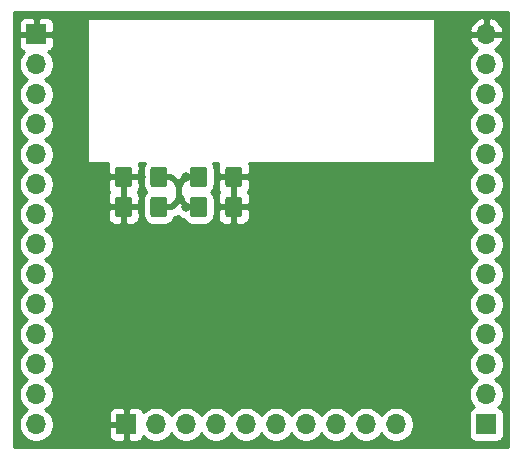
<source format=gbr>
G04 #@! TF.GenerationSoftware,KiCad,Pcbnew,5.1.5-52549c5~84~ubuntu18.04.1*
G04 #@! TF.CreationDate,2020-03-18T13:42:57+01:00*
G04 #@! TF.ProjectId,esp32_breakout,65737033-325f-4627-9265-616b6f75742e,rev?*
G04 #@! TF.SameCoordinates,Original*
G04 #@! TF.FileFunction,Copper,L2,Bot*
G04 #@! TF.FilePolarity,Positive*
%FSLAX46Y46*%
G04 Gerber Fmt 4.6, Leading zero omitted, Abs format (unit mm)*
G04 Created by KiCad (PCBNEW 5.1.5-52549c5~84~ubuntu18.04.1) date 2020-03-18 13:42:57*
%MOMM*%
%LPD*%
G04 APERTURE LIST*
%ADD10C,0.100000*%
%ADD11O,1.700000X1.700000*%
%ADD12R,1.700000X1.700000*%
%ADD13C,0.800000*%
%ADD14C,3.200000*%
%ADD15C,0.500000*%
%ADD16C,0.254000*%
G04 APERTURE END LIST*
G04 #@! TA.AperFunction,SMDPad,CuDef*
D10*
G36*
X66309504Y-79771204D02*
G01*
X66333773Y-79774804D01*
X66357571Y-79780765D01*
X66380671Y-79789030D01*
X66402849Y-79799520D01*
X66423893Y-79812133D01*
X66443598Y-79826747D01*
X66461777Y-79843223D01*
X66478253Y-79861402D01*
X66492867Y-79881107D01*
X66505480Y-79902151D01*
X66515970Y-79924329D01*
X66524235Y-79947429D01*
X66530196Y-79971227D01*
X66533796Y-79995496D01*
X66535000Y-80020000D01*
X66535000Y-81270000D01*
X66533796Y-81294504D01*
X66530196Y-81318773D01*
X66524235Y-81342571D01*
X66515970Y-81365671D01*
X66505480Y-81387849D01*
X66492867Y-81408893D01*
X66478253Y-81428598D01*
X66461777Y-81446777D01*
X66443598Y-81463253D01*
X66423893Y-81477867D01*
X66402849Y-81490480D01*
X66380671Y-81500970D01*
X66357571Y-81509235D01*
X66333773Y-81515196D01*
X66309504Y-81518796D01*
X66285000Y-81520000D01*
X65360000Y-81520000D01*
X65335496Y-81518796D01*
X65311227Y-81515196D01*
X65287429Y-81509235D01*
X65264329Y-81500970D01*
X65242151Y-81490480D01*
X65221107Y-81477867D01*
X65201402Y-81463253D01*
X65183223Y-81446777D01*
X65166747Y-81428598D01*
X65152133Y-81408893D01*
X65139520Y-81387849D01*
X65129030Y-81365671D01*
X65120765Y-81342571D01*
X65114804Y-81318773D01*
X65111204Y-81294504D01*
X65110000Y-81270000D01*
X65110000Y-80020000D01*
X65111204Y-79995496D01*
X65114804Y-79971227D01*
X65120765Y-79947429D01*
X65129030Y-79924329D01*
X65139520Y-79902151D01*
X65152133Y-79881107D01*
X65166747Y-79861402D01*
X65183223Y-79843223D01*
X65201402Y-79826747D01*
X65221107Y-79812133D01*
X65242151Y-79799520D01*
X65264329Y-79789030D01*
X65287429Y-79780765D01*
X65311227Y-79774804D01*
X65335496Y-79771204D01*
X65360000Y-79770000D01*
X66285000Y-79770000D01*
X66309504Y-79771204D01*
G37*
G04 #@! TD.AperFunction*
G04 #@! TA.AperFunction,SMDPad,CuDef*
G36*
X69284504Y-79771204D02*
G01*
X69308773Y-79774804D01*
X69332571Y-79780765D01*
X69355671Y-79789030D01*
X69377849Y-79799520D01*
X69398893Y-79812133D01*
X69418598Y-79826747D01*
X69436777Y-79843223D01*
X69453253Y-79861402D01*
X69467867Y-79881107D01*
X69480480Y-79902151D01*
X69490970Y-79924329D01*
X69499235Y-79947429D01*
X69505196Y-79971227D01*
X69508796Y-79995496D01*
X69510000Y-80020000D01*
X69510000Y-81270000D01*
X69508796Y-81294504D01*
X69505196Y-81318773D01*
X69499235Y-81342571D01*
X69490970Y-81365671D01*
X69480480Y-81387849D01*
X69467867Y-81408893D01*
X69453253Y-81428598D01*
X69436777Y-81446777D01*
X69418598Y-81463253D01*
X69398893Y-81477867D01*
X69377849Y-81490480D01*
X69355671Y-81500970D01*
X69332571Y-81509235D01*
X69308773Y-81515196D01*
X69284504Y-81518796D01*
X69260000Y-81520000D01*
X68335000Y-81520000D01*
X68310496Y-81518796D01*
X68286227Y-81515196D01*
X68262429Y-81509235D01*
X68239329Y-81500970D01*
X68217151Y-81490480D01*
X68196107Y-81477867D01*
X68176402Y-81463253D01*
X68158223Y-81446777D01*
X68141747Y-81428598D01*
X68127133Y-81408893D01*
X68114520Y-81387849D01*
X68104030Y-81365671D01*
X68095765Y-81342571D01*
X68089804Y-81318773D01*
X68086204Y-81294504D01*
X68085000Y-81270000D01*
X68085000Y-80020000D01*
X68086204Y-79995496D01*
X68089804Y-79971227D01*
X68095765Y-79947429D01*
X68104030Y-79924329D01*
X68114520Y-79902151D01*
X68127133Y-79881107D01*
X68141747Y-79861402D01*
X68158223Y-79843223D01*
X68176402Y-79826747D01*
X68196107Y-79812133D01*
X68217151Y-79799520D01*
X68239329Y-79789030D01*
X68262429Y-79780765D01*
X68286227Y-79774804D01*
X68310496Y-79771204D01*
X68335000Y-79770000D01*
X69260000Y-79770000D01*
X69284504Y-79771204D01*
G37*
G04 #@! TD.AperFunction*
G04 #@! TA.AperFunction,SMDPad,CuDef*
G36*
X66309504Y-77231204D02*
G01*
X66333773Y-77234804D01*
X66357571Y-77240765D01*
X66380671Y-77249030D01*
X66402849Y-77259520D01*
X66423893Y-77272133D01*
X66443598Y-77286747D01*
X66461777Y-77303223D01*
X66478253Y-77321402D01*
X66492867Y-77341107D01*
X66505480Y-77362151D01*
X66515970Y-77384329D01*
X66524235Y-77407429D01*
X66530196Y-77431227D01*
X66533796Y-77455496D01*
X66535000Y-77480000D01*
X66535000Y-78730000D01*
X66533796Y-78754504D01*
X66530196Y-78778773D01*
X66524235Y-78802571D01*
X66515970Y-78825671D01*
X66505480Y-78847849D01*
X66492867Y-78868893D01*
X66478253Y-78888598D01*
X66461777Y-78906777D01*
X66443598Y-78923253D01*
X66423893Y-78937867D01*
X66402849Y-78950480D01*
X66380671Y-78960970D01*
X66357571Y-78969235D01*
X66333773Y-78975196D01*
X66309504Y-78978796D01*
X66285000Y-78980000D01*
X65360000Y-78980000D01*
X65335496Y-78978796D01*
X65311227Y-78975196D01*
X65287429Y-78969235D01*
X65264329Y-78960970D01*
X65242151Y-78950480D01*
X65221107Y-78937867D01*
X65201402Y-78923253D01*
X65183223Y-78906777D01*
X65166747Y-78888598D01*
X65152133Y-78868893D01*
X65139520Y-78847849D01*
X65129030Y-78825671D01*
X65120765Y-78802571D01*
X65114804Y-78778773D01*
X65111204Y-78754504D01*
X65110000Y-78730000D01*
X65110000Y-77480000D01*
X65111204Y-77455496D01*
X65114804Y-77431227D01*
X65120765Y-77407429D01*
X65129030Y-77384329D01*
X65139520Y-77362151D01*
X65152133Y-77341107D01*
X65166747Y-77321402D01*
X65183223Y-77303223D01*
X65201402Y-77286747D01*
X65221107Y-77272133D01*
X65242151Y-77259520D01*
X65264329Y-77249030D01*
X65287429Y-77240765D01*
X65311227Y-77234804D01*
X65335496Y-77231204D01*
X65360000Y-77230000D01*
X66285000Y-77230000D01*
X66309504Y-77231204D01*
G37*
G04 #@! TD.AperFunction*
G04 #@! TA.AperFunction,SMDPad,CuDef*
G36*
X69284504Y-77231204D02*
G01*
X69308773Y-77234804D01*
X69332571Y-77240765D01*
X69355671Y-77249030D01*
X69377849Y-77259520D01*
X69398893Y-77272133D01*
X69418598Y-77286747D01*
X69436777Y-77303223D01*
X69453253Y-77321402D01*
X69467867Y-77341107D01*
X69480480Y-77362151D01*
X69490970Y-77384329D01*
X69499235Y-77407429D01*
X69505196Y-77431227D01*
X69508796Y-77455496D01*
X69510000Y-77480000D01*
X69510000Y-78730000D01*
X69508796Y-78754504D01*
X69505196Y-78778773D01*
X69499235Y-78802571D01*
X69490970Y-78825671D01*
X69480480Y-78847849D01*
X69467867Y-78868893D01*
X69453253Y-78888598D01*
X69436777Y-78906777D01*
X69418598Y-78923253D01*
X69398893Y-78937867D01*
X69377849Y-78950480D01*
X69355671Y-78960970D01*
X69332571Y-78969235D01*
X69308773Y-78975196D01*
X69284504Y-78978796D01*
X69260000Y-78980000D01*
X68335000Y-78980000D01*
X68310496Y-78978796D01*
X68286227Y-78975196D01*
X68262429Y-78969235D01*
X68239329Y-78960970D01*
X68217151Y-78950480D01*
X68196107Y-78937867D01*
X68176402Y-78923253D01*
X68158223Y-78906777D01*
X68141747Y-78888598D01*
X68127133Y-78868893D01*
X68114520Y-78847849D01*
X68104030Y-78825671D01*
X68095765Y-78802571D01*
X68089804Y-78778773D01*
X68086204Y-78754504D01*
X68085000Y-78730000D01*
X68085000Y-77480000D01*
X68086204Y-77455496D01*
X68089804Y-77431227D01*
X68095765Y-77407429D01*
X68104030Y-77384329D01*
X68114520Y-77362151D01*
X68127133Y-77341107D01*
X68141747Y-77321402D01*
X68158223Y-77303223D01*
X68176402Y-77286747D01*
X68196107Y-77272133D01*
X68217151Y-77259520D01*
X68239329Y-77249030D01*
X68262429Y-77240765D01*
X68286227Y-77234804D01*
X68310496Y-77231204D01*
X68335000Y-77230000D01*
X69260000Y-77230000D01*
X69284504Y-77231204D01*
G37*
G04 #@! TD.AperFunction*
D11*
X88900000Y-99060000D03*
X86360000Y-99060000D03*
X83820000Y-99060000D03*
X81280000Y-99060000D03*
X78740000Y-99060000D03*
X76200000Y-99060000D03*
X73660000Y-99060000D03*
X71120000Y-99060000D03*
X68580000Y-99060000D03*
D12*
X66040000Y-99060000D03*
D11*
X96520000Y-66040000D03*
X96520000Y-68580000D03*
X96520000Y-71120000D03*
X96520000Y-73660000D03*
X96520000Y-76200000D03*
X96520000Y-78740000D03*
X96520000Y-81280000D03*
X96520000Y-83820000D03*
X96520000Y-86360000D03*
X96520000Y-88900000D03*
X96520000Y-91440000D03*
X96520000Y-93980000D03*
X96520000Y-96520000D03*
D12*
X96520000Y-99060000D03*
D11*
X58420000Y-99060000D03*
X58420000Y-96520000D03*
X58420000Y-93980000D03*
X58420000Y-91440000D03*
X58420000Y-88900000D03*
X58420000Y-86360000D03*
X58420000Y-83820000D03*
X58420000Y-81280000D03*
X58420000Y-78740000D03*
X58420000Y-76200000D03*
X58420000Y-73660000D03*
X58420000Y-71120000D03*
X58420000Y-68580000D03*
D12*
X58420000Y-66040000D03*
G04 #@! TA.AperFunction,SMDPad,CuDef*
D10*
G36*
X75634504Y-77231204D02*
G01*
X75658773Y-77234804D01*
X75682571Y-77240765D01*
X75705671Y-77249030D01*
X75727849Y-77259520D01*
X75748893Y-77272133D01*
X75768598Y-77286747D01*
X75786777Y-77303223D01*
X75803253Y-77321402D01*
X75817867Y-77341107D01*
X75830480Y-77362151D01*
X75840970Y-77384329D01*
X75849235Y-77407429D01*
X75855196Y-77431227D01*
X75858796Y-77455496D01*
X75860000Y-77480000D01*
X75860000Y-78730000D01*
X75858796Y-78754504D01*
X75855196Y-78778773D01*
X75849235Y-78802571D01*
X75840970Y-78825671D01*
X75830480Y-78847849D01*
X75817867Y-78868893D01*
X75803253Y-78888598D01*
X75786777Y-78906777D01*
X75768598Y-78923253D01*
X75748893Y-78937867D01*
X75727849Y-78950480D01*
X75705671Y-78960970D01*
X75682571Y-78969235D01*
X75658773Y-78975196D01*
X75634504Y-78978796D01*
X75610000Y-78980000D01*
X74685000Y-78980000D01*
X74660496Y-78978796D01*
X74636227Y-78975196D01*
X74612429Y-78969235D01*
X74589329Y-78960970D01*
X74567151Y-78950480D01*
X74546107Y-78937867D01*
X74526402Y-78923253D01*
X74508223Y-78906777D01*
X74491747Y-78888598D01*
X74477133Y-78868893D01*
X74464520Y-78847849D01*
X74454030Y-78825671D01*
X74445765Y-78802571D01*
X74439804Y-78778773D01*
X74436204Y-78754504D01*
X74435000Y-78730000D01*
X74435000Y-77480000D01*
X74436204Y-77455496D01*
X74439804Y-77431227D01*
X74445765Y-77407429D01*
X74454030Y-77384329D01*
X74464520Y-77362151D01*
X74477133Y-77341107D01*
X74491747Y-77321402D01*
X74508223Y-77303223D01*
X74526402Y-77286747D01*
X74546107Y-77272133D01*
X74567151Y-77259520D01*
X74589329Y-77249030D01*
X74612429Y-77240765D01*
X74636227Y-77234804D01*
X74660496Y-77231204D01*
X74685000Y-77230000D01*
X75610000Y-77230000D01*
X75634504Y-77231204D01*
G37*
G04 #@! TD.AperFunction*
G04 #@! TA.AperFunction,SMDPad,CuDef*
G36*
X72659504Y-77231204D02*
G01*
X72683773Y-77234804D01*
X72707571Y-77240765D01*
X72730671Y-77249030D01*
X72752849Y-77259520D01*
X72773893Y-77272133D01*
X72793598Y-77286747D01*
X72811777Y-77303223D01*
X72828253Y-77321402D01*
X72842867Y-77341107D01*
X72855480Y-77362151D01*
X72865970Y-77384329D01*
X72874235Y-77407429D01*
X72880196Y-77431227D01*
X72883796Y-77455496D01*
X72885000Y-77480000D01*
X72885000Y-78730000D01*
X72883796Y-78754504D01*
X72880196Y-78778773D01*
X72874235Y-78802571D01*
X72865970Y-78825671D01*
X72855480Y-78847849D01*
X72842867Y-78868893D01*
X72828253Y-78888598D01*
X72811777Y-78906777D01*
X72793598Y-78923253D01*
X72773893Y-78937867D01*
X72752849Y-78950480D01*
X72730671Y-78960970D01*
X72707571Y-78969235D01*
X72683773Y-78975196D01*
X72659504Y-78978796D01*
X72635000Y-78980000D01*
X71710000Y-78980000D01*
X71685496Y-78978796D01*
X71661227Y-78975196D01*
X71637429Y-78969235D01*
X71614329Y-78960970D01*
X71592151Y-78950480D01*
X71571107Y-78937867D01*
X71551402Y-78923253D01*
X71533223Y-78906777D01*
X71516747Y-78888598D01*
X71502133Y-78868893D01*
X71489520Y-78847849D01*
X71479030Y-78825671D01*
X71470765Y-78802571D01*
X71464804Y-78778773D01*
X71461204Y-78754504D01*
X71460000Y-78730000D01*
X71460000Y-77480000D01*
X71461204Y-77455496D01*
X71464804Y-77431227D01*
X71470765Y-77407429D01*
X71479030Y-77384329D01*
X71489520Y-77362151D01*
X71502133Y-77341107D01*
X71516747Y-77321402D01*
X71533223Y-77303223D01*
X71551402Y-77286747D01*
X71571107Y-77272133D01*
X71592151Y-77259520D01*
X71614329Y-77249030D01*
X71637429Y-77240765D01*
X71661227Y-77234804D01*
X71685496Y-77231204D01*
X71710000Y-77230000D01*
X72635000Y-77230000D01*
X72659504Y-77231204D01*
G37*
G04 #@! TD.AperFunction*
G04 #@! TA.AperFunction,SMDPad,CuDef*
G36*
X75634504Y-79771204D02*
G01*
X75658773Y-79774804D01*
X75682571Y-79780765D01*
X75705671Y-79789030D01*
X75727849Y-79799520D01*
X75748893Y-79812133D01*
X75768598Y-79826747D01*
X75786777Y-79843223D01*
X75803253Y-79861402D01*
X75817867Y-79881107D01*
X75830480Y-79902151D01*
X75840970Y-79924329D01*
X75849235Y-79947429D01*
X75855196Y-79971227D01*
X75858796Y-79995496D01*
X75860000Y-80020000D01*
X75860000Y-81270000D01*
X75858796Y-81294504D01*
X75855196Y-81318773D01*
X75849235Y-81342571D01*
X75840970Y-81365671D01*
X75830480Y-81387849D01*
X75817867Y-81408893D01*
X75803253Y-81428598D01*
X75786777Y-81446777D01*
X75768598Y-81463253D01*
X75748893Y-81477867D01*
X75727849Y-81490480D01*
X75705671Y-81500970D01*
X75682571Y-81509235D01*
X75658773Y-81515196D01*
X75634504Y-81518796D01*
X75610000Y-81520000D01*
X74685000Y-81520000D01*
X74660496Y-81518796D01*
X74636227Y-81515196D01*
X74612429Y-81509235D01*
X74589329Y-81500970D01*
X74567151Y-81490480D01*
X74546107Y-81477867D01*
X74526402Y-81463253D01*
X74508223Y-81446777D01*
X74491747Y-81428598D01*
X74477133Y-81408893D01*
X74464520Y-81387849D01*
X74454030Y-81365671D01*
X74445765Y-81342571D01*
X74439804Y-81318773D01*
X74436204Y-81294504D01*
X74435000Y-81270000D01*
X74435000Y-80020000D01*
X74436204Y-79995496D01*
X74439804Y-79971227D01*
X74445765Y-79947429D01*
X74454030Y-79924329D01*
X74464520Y-79902151D01*
X74477133Y-79881107D01*
X74491747Y-79861402D01*
X74508223Y-79843223D01*
X74526402Y-79826747D01*
X74546107Y-79812133D01*
X74567151Y-79799520D01*
X74589329Y-79789030D01*
X74612429Y-79780765D01*
X74636227Y-79774804D01*
X74660496Y-79771204D01*
X74685000Y-79770000D01*
X75610000Y-79770000D01*
X75634504Y-79771204D01*
G37*
G04 #@! TD.AperFunction*
G04 #@! TA.AperFunction,SMDPad,CuDef*
G36*
X72659504Y-79771204D02*
G01*
X72683773Y-79774804D01*
X72707571Y-79780765D01*
X72730671Y-79789030D01*
X72752849Y-79799520D01*
X72773893Y-79812133D01*
X72793598Y-79826747D01*
X72811777Y-79843223D01*
X72828253Y-79861402D01*
X72842867Y-79881107D01*
X72855480Y-79902151D01*
X72865970Y-79924329D01*
X72874235Y-79947429D01*
X72880196Y-79971227D01*
X72883796Y-79995496D01*
X72885000Y-80020000D01*
X72885000Y-81270000D01*
X72883796Y-81294504D01*
X72880196Y-81318773D01*
X72874235Y-81342571D01*
X72865970Y-81365671D01*
X72855480Y-81387849D01*
X72842867Y-81408893D01*
X72828253Y-81428598D01*
X72811777Y-81446777D01*
X72793598Y-81463253D01*
X72773893Y-81477867D01*
X72752849Y-81490480D01*
X72730671Y-81500970D01*
X72707571Y-81509235D01*
X72683773Y-81515196D01*
X72659504Y-81518796D01*
X72635000Y-81520000D01*
X71710000Y-81520000D01*
X71685496Y-81518796D01*
X71661227Y-81515196D01*
X71637429Y-81509235D01*
X71614329Y-81500970D01*
X71592151Y-81490480D01*
X71571107Y-81477867D01*
X71551402Y-81463253D01*
X71533223Y-81446777D01*
X71516747Y-81428598D01*
X71502133Y-81408893D01*
X71489520Y-81387849D01*
X71479030Y-81365671D01*
X71470765Y-81342571D01*
X71464804Y-81318773D01*
X71461204Y-81294504D01*
X71460000Y-81270000D01*
X71460000Y-80020000D01*
X71461204Y-79995496D01*
X71464804Y-79971227D01*
X71470765Y-79947429D01*
X71479030Y-79924329D01*
X71489520Y-79902151D01*
X71502133Y-79881107D01*
X71516747Y-79861402D01*
X71533223Y-79843223D01*
X71551402Y-79826747D01*
X71571107Y-79812133D01*
X71592151Y-79799520D01*
X71614329Y-79789030D01*
X71637429Y-79780765D01*
X71661227Y-79774804D01*
X71685496Y-79771204D01*
X71710000Y-79770000D01*
X72635000Y-79770000D01*
X72659504Y-79771204D01*
G37*
G04 #@! TD.AperFunction*
D13*
X84455000Y-78105000D03*
X71755000Y-94615000D03*
X67310000Y-78105000D03*
D14*
X76454000Y-85598000D03*
D13*
X71120000Y-78105000D03*
X71120000Y-80645000D03*
X70485000Y-78740000D03*
X70570002Y-80010000D03*
D15*
X71120000Y-78105000D02*
X72172500Y-78105000D01*
X71120000Y-80645000D02*
X72172500Y-80645000D01*
X68797500Y-78105000D02*
X69850000Y-78105000D01*
X69850000Y-78105000D02*
X70485000Y-78740000D01*
X68797500Y-80645000D02*
X69935002Y-80645000D01*
X69935002Y-80645000D02*
X70570002Y-80010000D01*
X71120000Y-80559998D02*
X70570002Y-80010000D01*
X71120000Y-80645000D02*
X71120000Y-80559998D01*
X70485000Y-79924998D02*
X70570002Y-80010000D01*
X70485000Y-78740000D02*
X70485000Y-79924998D01*
X71120000Y-78105000D02*
X70485000Y-78740000D01*
D16*
G36*
X98400001Y-100940000D02*
G01*
X56540000Y-100940000D01*
X56540000Y-66890000D01*
X56931928Y-66890000D01*
X56944188Y-67014482D01*
X56980498Y-67134180D01*
X57039463Y-67244494D01*
X57118815Y-67341185D01*
X57215506Y-67420537D01*
X57325820Y-67479502D01*
X57398380Y-67501513D01*
X57266525Y-67633368D01*
X57104010Y-67876589D01*
X56992068Y-68146842D01*
X56935000Y-68433740D01*
X56935000Y-68726260D01*
X56992068Y-69013158D01*
X57104010Y-69283411D01*
X57266525Y-69526632D01*
X57473368Y-69733475D01*
X57647760Y-69850000D01*
X57473368Y-69966525D01*
X57266525Y-70173368D01*
X57104010Y-70416589D01*
X56992068Y-70686842D01*
X56935000Y-70973740D01*
X56935000Y-71266260D01*
X56992068Y-71553158D01*
X57104010Y-71823411D01*
X57266525Y-72066632D01*
X57473368Y-72273475D01*
X57647760Y-72390000D01*
X57473368Y-72506525D01*
X57266525Y-72713368D01*
X57104010Y-72956589D01*
X56992068Y-73226842D01*
X56935000Y-73513740D01*
X56935000Y-73806260D01*
X56992068Y-74093158D01*
X57104010Y-74363411D01*
X57266525Y-74606632D01*
X57473368Y-74813475D01*
X57647760Y-74930000D01*
X57473368Y-75046525D01*
X57266525Y-75253368D01*
X57104010Y-75496589D01*
X56992068Y-75766842D01*
X56935000Y-76053740D01*
X56935000Y-76346260D01*
X56992068Y-76633158D01*
X57104010Y-76903411D01*
X57266525Y-77146632D01*
X57473368Y-77353475D01*
X57647760Y-77470000D01*
X57473368Y-77586525D01*
X57266525Y-77793368D01*
X57104010Y-78036589D01*
X56992068Y-78306842D01*
X56935000Y-78593740D01*
X56935000Y-78886260D01*
X56992068Y-79173158D01*
X57104010Y-79443411D01*
X57266525Y-79686632D01*
X57473368Y-79893475D01*
X57647760Y-80010000D01*
X57473368Y-80126525D01*
X57266525Y-80333368D01*
X57104010Y-80576589D01*
X56992068Y-80846842D01*
X56935000Y-81133740D01*
X56935000Y-81426260D01*
X56992068Y-81713158D01*
X57104010Y-81983411D01*
X57266525Y-82226632D01*
X57473368Y-82433475D01*
X57647760Y-82550000D01*
X57473368Y-82666525D01*
X57266525Y-82873368D01*
X57104010Y-83116589D01*
X56992068Y-83386842D01*
X56935000Y-83673740D01*
X56935000Y-83966260D01*
X56992068Y-84253158D01*
X57104010Y-84523411D01*
X57266525Y-84766632D01*
X57473368Y-84973475D01*
X57647760Y-85090000D01*
X57473368Y-85206525D01*
X57266525Y-85413368D01*
X57104010Y-85656589D01*
X56992068Y-85926842D01*
X56935000Y-86213740D01*
X56935000Y-86506260D01*
X56992068Y-86793158D01*
X57104010Y-87063411D01*
X57266525Y-87306632D01*
X57473368Y-87513475D01*
X57647760Y-87630000D01*
X57473368Y-87746525D01*
X57266525Y-87953368D01*
X57104010Y-88196589D01*
X56992068Y-88466842D01*
X56935000Y-88753740D01*
X56935000Y-89046260D01*
X56992068Y-89333158D01*
X57104010Y-89603411D01*
X57266525Y-89846632D01*
X57473368Y-90053475D01*
X57647760Y-90170000D01*
X57473368Y-90286525D01*
X57266525Y-90493368D01*
X57104010Y-90736589D01*
X56992068Y-91006842D01*
X56935000Y-91293740D01*
X56935000Y-91586260D01*
X56992068Y-91873158D01*
X57104010Y-92143411D01*
X57266525Y-92386632D01*
X57473368Y-92593475D01*
X57647760Y-92710000D01*
X57473368Y-92826525D01*
X57266525Y-93033368D01*
X57104010Y-93276589D01*
X56992068Y-93546842D01*
X56935000Y-93833740D01*
X56935000Y-94126260D01*
X56992068Y-94413158D01*
X57104010Y-94683411D01*
X57266525Y-94926632D01*
X57473368Y-95133475D01*
X57647760Y-95250000D01*
X57473368Y-95366525D01*
X57266525Y-95573368D01*
X57104010Y-95816589D01*
X56992068Y-96086842D01*
X56935000Y-96373740D01*
X56935000Y-96666260D01*
X56992068Y-96953158D01*
X57104010Y-97223411D01*
X57266525Y-97466632D01*
X57473368Y-97673475D01*
X57647760Y-97790000D01*
X57473368Y-97906525D01*
X57266525Y-98113368D01*
X57104010Y-98356589D01*
X56992068Y-98626842D01*
X56935000Y-98913740D01*
X56935000Y-99206260D01*
X56992068Y-99493158D01*
X57104010Y-99763411D01*
X57266525Y-100006632D01*
X57473368Y-100213475D01*
X57716589Y-100375990D01*
X57986842Y-100487932D01*
X58273740Y-100545000D01*
X58566260Y-100545000D01*
X58853158Y-100487932D01*
X59123411Y-100375990D01*
X59366632Y-100213475D01*
X59573475Y-100006632D01*
X59638042Y-99910000D01*
X64551928Y-99910000D01*
X64564188Y-100034482D01*
X64600498Y-100154180D01*
X64659463Y-100264494D01*
X64738815Y-100361185D01*
X64835506Y-100440537D01*
X64945820Y-100499502D01*
X65065518Y-100535812D01*
X65190000Y-100548072D01*
X65754250Y-100545000D01*
X65913000Y-100386250D01*
X65913000Y-99187000D01*
X64713750Y-99187000D01*
X64555000Y-99345750D01*
X64551928Y-99910000D01*
X59638042Y-99910000D01*
X59735990Y-99763411D01*
X59847932Y-99493158D01*
X59905000Y-99206260D01*
X59905000Y-98913740D01*
X59847932Y-98626842D01*
X59735990Y-98356589D01*
X59638043Y-98210000D01*
X64551928Y-98210000D01*
X64555000Y-98774250D01*
X64713750Y-98933000D01*
X65913000Y-98933000D01*
X65913000Y-97733750D01*
X66167000Y-97733750D01*
X66167000Y-98933000D01*
X66187000Y-98933000D01*
X66187000Y-99187000D01*
X66167000Y-99187000D01*
X66167000Y-100386250D01*
X66325750Y-100545000D01*
X66890000Y-100548072D01*
X67014482Y-100535812D01*
X67134180Y-100499502D01*
X67244494Y-100440537D01*
X67341185Y-100361185D01*
X67420537Y-100264494D01*
X67479502Y-100154180D01*
X67501513Y-100081620D01*
X67633368Y-100213475D01*
X67876589Y-100375990D01*
X68146842Y-100487932D01*
X68433740Y-100545000D01*
X68726260Y-100545000D01*
X69013158Y-100487932D01*
X69283411Y-100375990D01*
X69526632Y-100213475D01*
X69733475Y-100006632D01*
X69850000Y-99832240D01*
X69966525Y-100006632D01*
X70173368Y-100213475D01*
X70416589Y-100375990D01*
X70686842Y-100487932D01*
X70973740Y-100545000D01*
X71266260Y-100545000D01*
X71553158Y-100487932D01*
X71823411Y-100375990D01*
X72066632Y-100213475D01*
X72273475Y-100006632D01*
X72390000Y-99832240D01*
X72506525Y-100006632D01*
X72713368Y-100213475D01*
X72956589Y-100375990D01*
X73226842Y-100487932D01*
X73513740Y-100545000D01*
X73806260Y-100545000D01*
X74093158Y-100487932D01*
X74363411Y-100375990D01*
X74606632Y-100213475D01*
X74813475Y-100006632D01*
X74930000Y-99832240D01*
X75046525Y-100006632D01*
X75253368Y-100213475D01*
X75496589Y-100375990D01*
X75766842Y-100487932D01*
X76053740Y-100545000D01*
X76346260Y-100545000D01*
X76633158Y-100487932D01*
X76903411Y-100375990D01*
X77146632Y-100213475D01*
X77353475Y-100006632D01*
X77470000Y-99832240D01*
X77586525Y-100006632D01*
X77793368Y-100213475D01*
X78036589Y-100375990D01*
X78306842Y-100487932D01*
X78593740Y-100545000D01*
X78886260Y-100545000D01*
X79173158Y-100487932D01*
X79443411Y-100375990D01*
X79686632Y-100213475D01*
X79893475Y-100006632D01*
X80010000Y-99832240D01*
X80126525Y-100006632D01*
X80333368Y-100213475D01*
X80576589Y-100375990D01*
X80846842Y-100487932D01*
X81133740Y-100545000D01*
X81426260Y-100545000D01*
X81713158Y-100487932D01*
X81983411Y-100375990D01*
X82226632Y-100213475D01*
X82433475Y-100006632D01*
X82550000Y-99832240D01*
X82666525Y-100006632D01*
X82873368Y-100213475D01*
X83116589Y-100375990D01*
X83386842Y-100487932D01*
X83673740Y-100545000D01*
X83966260Y-100545000D01*
X84253158Y-100487932D01*
X84523411Y-100375990D01*
X84766632Y-100213475D01*
X84973475Y-100006632D01*
X85090000Y-99832240D01*
X85206525Y-100006632D01*
X85413368Y-100213475D01*
X85656589Y-100375990D01*
X85926842Y-100487932D01*
X86213740Y-100545000D01*
X86506260Y-100545000D01*
X86793158Y-100487932D01*
X87063411Y-100375990D01*
X87306632Y-100213475D01*
X87513475Y-100006632D01*
X87630000Y-99832240D01*
X87746525Y-100006632D01*
X87953368Y-100213475D01*
X88196589Y-100375990D01*
X88466842Y-100487932D01*
X88753740Y-100545000D01*
X89046260Y-100545000D01*
X89333158Y-100487932D01*
X89603411Y-100375990D01*
X89846632Y-100213475D01*
X90053475Y-100006632D01*
X90215990Y-99763411D01*
X90327932Y-99493158D01*
X90385000Y-99206260D01*
X90385000Y-98913740D01*
X90327932Y-98626842D01*
X90215990Y-98356589D01*
X90118043Y-98210000D01*
X95031928Y-98210000D01*
X95031928Y-99910000D01*
X95044188Y-100034482D01*
X95080498Y-100154180D01*
X95139463Y-100264494D01*
X95218815Y-100361185D01*
X95315506Y-100440537D01*
X95425820Y-100499502D01*
X95545518Y-100535812D01*
X95670000Y-100548072D01*
X97370000Y-100548072D01*
X97494482Y-100535812D01*
X97614180Y-100499502D01*
X97724494Y-100440537D01*
X97821185Y-100361185D01*
X97900537Y-100264494D01*
X97959502Y-100154180D01*
X97995812Y-100034482D01*
X98008072Y-99910000D01*
X98008072Y-98210000D01*
X97995812Y-98085518D01*
X97959502Y-97965820D01*
X97900537Y-97855506D01*
X97821185Y-97758815D01*
X97724494Y-97679463D01*
X97614180Y-97620498D01*
X97541620Y-97598487D01*
X97673475Y-97466632D01*
X97835990Y-97223411D01*
X97947932Y-96953158D01*
X98005000Y-96666260D01*
X98005000Y-96373740D01*
X97947932Y-96086842D01*
X97835990Y-95816589D01*
X97673475Y-95573368D01*
X97466632Y-95366525D01*
X97292240Y-95250000D01*
X97466632Y-95133475D01*
X97673475Y-94926632D01*
X97835990Y-94683411D01*
X97947932Y-94413158D01*
X98005000Y-94126260D01*
X98005000Y-93833740D01*
X97947932Y-93546842D01*
X97835990Y-93276589D01*
X97673475Y-93033368D01*
X97466632Y-92826525D01*
X97292240Y-92710000D01*
X97466632Y-92593475D01*
X97673475Y-92386632D01*
X97835990Y-92143411D01*
X97947932Y-91873158D01*
X98005000Y-91586260D01*
X98005000Y-91293740D01*
X97947932Y-91006842D01*
X97835990Y-90736589D01*
X97673475Y-90493368D01*
X97466632Y-90286525D01*
X97292240Y-90170000D01*
X97466632Y-90053475D01*
X97673475Y-89846632D01*
X97835990Y-89603411D01*
X97947932Y-89333158D01*
X98005000Y-89046260D01*
X98005000Y-88753740D01*
X97947932Y-88466842D01*
X97835990Y-88196589D01*
X97673475Y-87953368D01*
X97466632Y-87746525D01*
X97292240Y-87630000D01*
X97466632Y-87513475D01*
X97673475Y-87306632D01*
X97835990Y-87063411D01*
X97947932Y-86793158D01*
X98005000Y-86506260D01*
X98005000Y-86213740D01*
X97947932Y-85926842D01*
X97835990Y-85656589D01*
X97673475Y-85413368D01*
X97466632Y-85206525D01*
X97292240Y-85090000D01*
X97466632Y-84973475D01*
X97673475Y-84766632D01*
X97835990Y-84523411D01*
X97947932Y-84253158D01*
X98005000Y-83966260D01*
X98005000Y-83673740D01*
X97947932Y-83386842D01*
X97835990Y-83116589D01*
X97673475Y-82873368D01*
X97466632Y-82666525D01*
X97292240Y-82550000D01*
X97466632Y-82433475D01*
X97673475Y-82226632D01*
X97835990Y-81983411D01*
X97947932Y-81713158D01*
X98005000Y-81426260D01*
X98005000Y-81133740D01*
X97947932Y-80846842D01*
X97835990Y-80576589D01*
X97673475Y-80333368D01*
X97466632Y-80126525D01*
X97292240Y-80010000D01*
X97466632Y-79893475D01*
X97673475Y-79686632D01*
X97835990Y-79443411D01*
X97947932Y-79173158D01*
X98005000Y-78886260D01*
X98005000Y-78593740D01*
X97947932Y-78306842D01*
X97835990Y-78036589D01*
X97673475Y-77793368D01*
X97466632Y-77586525D01*
X97292240Y-77470000D01*
X97466632Y-77353475D01*
X97673475Y-77146632D01*
X97835990Y-76903411D01*
X97947932Y-76633158D01*
X98005000Y-76346260D01*
X98005000Y-76053740D01*
X97947932Y-75766842D01*
X97835990Y-75496589D01*
X97673475Y-75253368D01*
X97466632Y-75046525D01*
X97292240Y-74930000D01*
X97466632Y-74813475D01*
X97673475Y-74606632D01*
X97835990Y-74363411D01*
X97947932Y-74093158D01*
X98005000Y-73806260D01*
X98005000Y-73513740D01*
X97947932Y-73226842D01*
X97835990Y-72956589D01*
X97673475Y-72713368D01*
X97466632Y-72506525D01*
X97292240Y-72390000D01*
X97466632Y-72273475D01*
X97673475Y-72066632D01*
X97835990Y-71823411D01*
X97947932Y-71553158D01*
X98005000Y-71266260D01*
X98005000Y-70973740D01*
X97947932Y-70686842D01*
X97835990Y-70416589D01*
X97673475Y-70173368D01*
X97466632Y-69966525D01*
X97292240Y-69850000D01*
X97466632Y-69733475D01*
X97673475Y-69526632D01*
X97835990Y-69283411D01*
X97947932Y-69013158D01*
X98005000Y-68726260D01*
X98005000Y-68433740D01*
X97947932Y-68146842D01*
X97835990Y-67876589D01*
X97673475Y-67633368D01*
X97466632Y-67426525D01*
X97284466Y-67304805D01*
X97401355Y-67235178D01*
X97617588Y-67040269D01*
X97791641Y-66806920D01*
X97916825Y-66544099D01*
X97961476Y-66396890D01*
X97840155Y-66167000D01*
X96647000Y-66167000D01*
X96647000Y-66187000D01*
X96393000Y-66187000D01*
X96393000Y-66167000D01*
X95199845Y-66167000D01*
X95078524Y-66396890D01*
X95123175Y-66544099D01*
X95248359Y-66806920D01*
X95422412Y-67040269D01*
X95638645Y-67235178D01*
X95755534Y-67304805D01*
X95573368Y-67426525D01*
X95366525Y-67633368D01*
X95204010Y-67876589D01*
X95092068Y-68146842D01*
X95035000Y-68433740D01*
X95035000Y-68726260D01*
X95092068Y-69013158D01*
X95204010Y-69283411D01*
X95366525Y-69526632D01*
X95573368Y-69733475D01*
X95747760Y-69850000D01*
X95573368Y-69966525D01*
X95366525Y-70173368D01*
X95204010Y-70416589D01*
X95092068Y-70686842D01*
X95035000Y-70973740D01*
X95035000Y-71266260D01*
X95092068Y-71553158D01*
X95204010Y-71823411D01*
X95366525Y-72066632D01*
X95573368Y-72273475D01*
X95747760Y-72390000D01*
X95573368Y-72506525D01*
X95366525Y-72713368D01*
X95204010Y-72956589D01*
X95092068Y-73226842D01*
X95035000Y-73513740D01*
X95035000Y-73806260D01*
X95092068Y-74093158D01*
X95204010Y-74363411D01*
X95366525Y-74606632D01*
X95573368Y-74813475D01*
X95747760Y-74930000D01*
X95573368Y-75046525D01*
X95366525Y-75253368D01*
X95204010Y-75496589D01*
X95092068Y-75766842D01*
X95035000Y-76053740D01*
X95035000Y-76346260D01*
X95092068Y-76633158D01*
X95204010Y-76903411D01*
X95366525Y-77146632D01*
X95573368Y-77353475D01*
X95747760Y-77470000D01*
X95573368Y-77586525D01*
X95366525Y-77793368D01*
X95204010Y-78036589D01*
X95092068Y-78306842D01*
X95035000Y-78593740D01*
X95035000Y-78886260D01*
X95092068Y-79173158D01*
X95204010Y-79443411D01*
X95366525Y-79686632D01*
X95573368Y-79893475D01*
X95747760Y-80010000D01*
X95573368Y-80126525D01*
X95366525Y-80333368D01*
X95204010Y-80576589D01*
X95092068Y-80846842D01*
X95035000Y-81133740D01*
X95035000Y-81426260D01*
X95092068Y-81713158D01*
X95204010Y-81983411D01*
X95366525Y-82226632D01*
X95573368Y-82433475D01*
X95747760Y-82550000D01*
X95573368Y-82666525D01*
X95366525Y-82873368D01*
X95204010Y-83116589D01*
X95092068Y-83386842D01*
X95035000Y-83673740D01*
X95035000Y-83966260D01*
X95092068Y-84253158D01*
X95204010Y-84523411D01*
X95366525Y-84766632D01*
X95573368Y-84973475D01*
X95747760Y-85090000D01*
X95573368Y-85206525D01*
X95366525Y-85413368D01*
X95204010Y-85656589D01*
X95092068Y-85926842D01*
X95035000Y-86213740D01*
X95035000Y-86506260D01*
X95092068Y-86793158D01*
X95204010Y-87063411D01*
X95366525Y-87306632D01*
X95573368Y-87513475D01*
X95747760Y-87630000D01*
X95573368Y-87746525D01*
X95366525Y-87953368D01*
X95204010Y-88196589D01*
X95092068Y-88466842D01*
X95035000Y-88753740D01*
X95035000Y-89046260D01*
X95092068Y-89333158D01*
X95204010Y-89603411D01*
X95366525Y-89846632D01*
X95573368Y-90053475D01*
X95747760Y-90170000D01*
X95573368Y-90286525D01*
X95366525Y-90493368D01*
X95204010Y-90736589D01*
X95092068Y-91006842D01*
X95035000Y-91293740D01*
X95035000Y-91586260D01*
X95092068Y-91873158D01*
X95204010Y-92143411D01*
X95366525Y-92386632D01*
X95573368Y-92593475D01*
X95747760Y-92710000D01*
X95573368Y-92826525D01*
X95366525Y-93033368D01*
X95204010Y-93276589D01*
X95092068Y-93546842D01*
X95035000Y-93833740D01*
X95035000Y-94126260D01*
X95092068Y-94413158D01*
X95204010Y-94683411D01*
X95366525Y-94926632D01*
X95573368Y-95133475D01*
X95747760Y-95250000D01*
X95573368Y-95366525D01*
X95366525Y-95573368D01*
X95204010Y-95816589D01*
X95092068Y-96086842D01*
X95035000Y-96373740D01*
X95035000Y-96666260D01*
X95092068Y-96953158D01*
X95204010Y-97223411D01*
X95366525Y-97466632D01*
X95498380Y-97598487D01*
X95425820Y-97620498D01*
X95315506Y-97679463D01*
X95218815Y-97758815D01*
X95139463Y-97855506D01*
X95080498Y-97965820D01*
X95044188Y-98085518D01*
X95031928Y-98210000D01*
X90118043Y-98210000D01*
X90053475Y-98113368D01*
X89846632Y-97906525D01*
X89603411Y-97744010D01*
X89333158Y-97632068D01*
X89046260Y-97575000D01*
X88753740Y-97575000D01*
X88466842Y-97632068D01*
X88196589Y-97744010D01*
X87953368Y-97906525D01*
X87746525Y-98113368D01*
X87630000Y-98287760D01*
X87513475Y-98113368D01*
X87306632Y-97906525D01*
X87063411Y-97744010D01*
X86793158Y-97632068D01*
X86506260Y-97575000D01*
X86213740Y-97575000D01*
X85926842Y-97632068D01*
X85656589Y-97744010D01*
X85413368Y-97906525D01*
X85206525Y-98113368D01*
X85090000Y-98287760D01*
X84973475Y-98113368D01*
X84766632Y-97906525D01*
X84523411Y-97744010D01*
X84253158Y-97632068D01*
X83966260Y-97575000D01*
X83673740Y-97575000D01*
X83386842Y-97632068D01*
X83116589Y-97744010D01*
X82873368Y-97906525D01*
X82666525Y-98113368D01*
X82550000Y-98287760D01*
X82433475Y-98113368D01*
X82226632Y-97906525D01*
X81983411Y-97744010D01*
X81713158Y-97632068D01*
X81426260Y-97575000D01*
X81133740Y-97575000D01*
X80846842Y-97632068D01*
X80576589Y-97744010D01*
X80333368Y-97906525D01*
X80126525Y-98113368D01*
X80010000Y-98287760D01*
X79893475Y-98113368D01*
X79686632Y-97906525D01*
X79443411Y-97744010D01*
X79173158Y-97632068D01*
X78886260Y-97575000D01*
X78593740Y-97575000D01*
X78306842Y-97632068D01*
X78036589Y-97744010D01*
X77793368Y-97906525D01*
X77586525Y-98113368D01*
X77470000Y-98287760D01*
X77353475Y-98113368D01*
X77146632Y-97906525D01*
X76903411Y-97744010D01*
X76633158Y-97632068D01*
X76346260Y-97575000D01*
X76053740Y-97575000D01*
X75766842Y-97632068D01*
X75496589Y-97744010D01*
X75253368Y-97906525D01*
X75046525Y-98113368D01*
X74930000Y-98287760D01*
X74813475Y-98113368D01*
X74606632Y-97906525D01*
X74363411Y-97744010D01*
X74093158Y-97632068D01*
X73806260Y-97575000D01*
X73513740Y-97575000D01*
X73226842Y-97632068D01*
X72956589Y-97744010D01*
X72713368Y-97906525D01*
X72506525Y-98113368D01*
X72390000Y-98287760D01*
X72273475Y-98113368D01*
X72066632Y-97906525D01*
X71823411Y-97744010D01*
X71553158Y-97632068D01*
X71266260Y-97575000D01*
X70973740Y-97575000D01*
X70686842Y-97632068D01*
X70416589Y-97744010D01*
X70173368Y-97906525D01*
X69966525Y-98113368D01*
X69850000Y-98287760D01*
X69733475Y-98113368D01*
X69526632Y-97906525D01*
X69283411Y-97744010D01*
X69013158Y-97632068D01*
X68726260Y-97575000D01*
X68433740Y-97575000D01*
X68146842Y-97632068D01*
X67876589Y-97744010D01*
X67633368Y-97906525D01*
X67501513Y-98038380D01*
X67479502Y-97965820D01*
X67420537Y-97855506D01*
X67341185Y-97758815D01*
X67244494Y-97679463D01*
X67134180Y-97620498D01*
X67014482Y-97584188D01*
X66890000Y-97571928D01*
X66325750Y-97575000D01*
X66167000Y-97733750D01*
X65913000Y-97733750D01*
X65754250Y-97575000D01*
X65190000Y-97571928D01*
X65065518Y-97584188D01*
X64945820Y-97620498D01*
X64835506Y-97679463D01*
X64738815Y-97758815D01*
X64659463Y-97855506D01*
X64600498Y-97965820D01*
X64564188Y-98085518D01*
X64551928Y-98210000D01*
X59638043Y-98210000D01*
X59573475Y-98113368D01*
X59366632Y-97906525D01*
X59192240Y-97790000D01*
X59366632Y-97673475D01*
X59573475Y-97466632D01*
X59735990Y-97223411D01*
X59847932Y-96953158D01*
X59905000Y-96666260D01*
X59905000Y-96373740D01*
X59847932Y-96086842D01*
X59735990Y-95816589D01*
X59573475Y-95573368D01*
X59366632Y-95366525D01*
X59192240Y-95250000D01*
X59366632Y-95133475D01*
X59573475Y-94926632D01*
X59735990Y-94683411D01*
X59847932Y-94413158D01*
X59905000Y-94126260D01*
X59905000Y-93833740D01*
X59847932Y-93546842D01*
X59735990Y-93276589D01*
X59573475Y-93033368D01*
X59366632Y-92826525D01*
X59192240Y-92710000D01*
X59366632Y-92593475D01*
X59573475Y-92386632D01*
X59735990Y-92143411D01*
X59847932Y-91873158D01*
X59905000Y-91586260D01*
X59905000Y-91293740D01*
X59847932Y-91006842D01*
X59735990Y-90736589D01*
X59573475Y-90493368D01*
X59366632Y-90286525D01*
X59192240Y-90170000D01*
X59366632Y-90053475D01*
X59573475Y-89846632D01*
X59735990Y-89603411D01*
X59847932Y-89333158D01*
X59905000Y-89046260D01*
X59905000Y-88753740D01*
X59847932Y-88466842D01*
X59735990Y-88196589D01*
X59573475Y-87953368D01*
X59366632Y-87746525D01*
X59192240Y-87630000D01*
X59366632Y-87513475D01*
X59573475Y-87306632D01*
X59735990Y-87063411D01*
X59847932Y-86793158D01*
X59905000Y-86506260D01*
X59905000Y-86213740D01*
X59847932Y-85926842D01*
X59735990Y-85656589D01*
X59573475Y-85413368D01*
X59366632Y-85206525D01*
X59192240Y-85090000D01*
X59366632Y-84973475D01*
X59573475Y-84766632D01*
X59735990Y-84523411D01*
X59847932Y-84253158D01*
X59905000Y-83966260D01*
X59905000Y-83673740D01*
X59847932Y-83386842D01*
X59735990Y-83116589D01*
X59573475Y-82873368D01*
X59366632Y-82666525D01*
X59192240Y-82550000D01*
X59366632Y-82433475D01*
X59573475Y-82226632D01*
X59735990Y-81983411D01*
X59847932Y-81713158D01*
X59886353Y-81520000D01*
X64471928Y-81520000D01*
X64484188Y-81644482D01*
X64520498Y-81764180D01*
X64579463Y-81874494D01*
X64658815Y-81971185D01*
X64755506Y-82050537D01*
X64865820Y-82109502D01*
X64985518Y-82145812D01*
X65110000Y-82158072D01*
X65536750Y-82155000D01*
X65695500Y-81996250D01*
X65695500Y-80772000D01*
X65949500Y-80772000D01*
X65949500Y-81996250D01*
X66108250Y-82155000D01*
X66535000Y-82158072D01*
X66659482Y-82145812D01*
X66779180Y-82109502D01*
X66889494Y-82050537D01*
X66986185Y-81971185D01*
X67065537Y-81874494D01*
X67124502Y-81764180D01*
X67160812Y-81644482D01*
X67173072Y-81520000D01*
X67170000Y-80930750D01*
X67011250Y-80772000D01*
X65949500Y-80772000D01*
X65695500Y-80772000D01*
X64633750Y-80772000D01*
X64475000Y-80930750D01*
X64471928Y-81520000D01*
X59886353Y-81520000D01*
X59905000Y-81426260D01*
X59905000Y-81133740D01*
X59847932Y-80846842D01*
X59735990Y-80576589D01*
X59573475Y-80333368D01*
X59366632Y-80126525D01*
X59192240Y-80010000D01*
X59366632Y-79893475D01*
X59573475Y-79686632D01*
X59735990Y-79443411D01*
X59847932Y-79173158D01*
X59886353Y-78980000D01*
X64471928Y-78980000D01*
X64484188Y-79104482D01*
X64520498Y-79224180D01*
X64579463Y-79334494D01*
X64612705Y-79375000D01*
X64579463Y-79415506D01*
X64520498Y-79525820D01*
X64484188Y-79645518D01*
X64471928Y-79770000D01*
X64475000Y-80359250D01*
X64633750Y-80518000D01*
X65695500Y-80518000D01*
X65695500Y-78232000D01*
X65949500Y-78232000D01*
X65949500Y-80518000D01*
X67011250Y-80518000D01*
X67170000Y-80359250D01*
X67173072Y-79770000D01*
X67160812Y-79645518D01*
X67124502Y-79525820D01*
X67065537Y-79415506D01*
X67032295Y-79375000D01*
X67065537Y-79334494D01*
X67124502Y-79224180D01*
X67160812Y-79104482D01*
X67173072Y-78980000D01*
X67170000Y-78390750D01*
X67011250Y-78232000D01*
X65949500Y-78232000D01*
X65695500Y-78232000D01*
X64633750Y-78232000D01*
X64475000Y-78390750D01*
X64471928Y-78980000D01*
X59886353Y-78980000D01*
X59905000Y-78886260D01*
X59905000Y-78593740D01*
X59847932Y-78306842D01*
X59735990Y-78036589D01*
X59573475Y-77793368D01*
X59366632Y-77586525D01*
X59192240Y-77470000D01*
X59366632Y-77353475D01*
X59573475Y-77146632D01*
X59735990Y-76903411D01*
X59847932Y-76633158D01*
X59905000Y-76346260D01*
X59905000Y-76053740D01*
X59847932Y-75766842D01*
X59735990Y-75496589D01*
X59573475Y-75253368D01*
X59366632Y-75046525D01*
X59192240Y-74930000D01*
X59366632Y-74813475D01*
X59573475Y-74606632D01*
X59735990Y-74363411D01*
X59847932Y-74093158D01*
X59905000Y-73806260D01*
X59905000Y-73513740D01*
X59847932Y-73226842D01*
X59735990Y-72956589D01*
X59573475Y-72713368D01*
X59366632Y-72506525D01*
X59192240Y-72390000D01*
X59366632Y-72273475D01*
X59573475Y-72066632D01*
X59735990Y-71823411D01*
X59847932Y-71553158D01*
X59905000Y-71266260D01*
X59905000Y-70973740D01*
X59847932Y-70686842D01*
X59735990Y-70416589D01*
X59573475Y-70173368D01*
X59366632Y-69966525D01*
X59192240Y-69850000D01*
X59366632Y-69733475D01*
X59573475Y-69526632D01*
X59735990Y-69283411D01*
X59847932Y-69013158D01*
X59905000Y-68726260D01*
X59905000Y-68433740D01*
X59847932Y-68146842D01*
X59735990Y-67876589D01*
X59573475Y-67633368D01*
X59441620Y-67501513D01*
X59514180Y-67479502D01*
X59624494Y-67420537D01*
X59721185Y-67341185D01*
X59800537Y-67244494D01*
X59859502Y-67134180D01*
X59895812Y-67014482D01*
X59908072Y-66890000D01*
X59905000Y-66325750D01*
X59746250Y-66167000D01*
X58547000Y-66167000D01*
X58547000Y-66187000D01*
X58293000Y-66187000D01*
X58293000Y-66167000D01*
X57093750Y-66167000D01*
X56935000Y-66325750D01*
X56931928Y-66890000D01*
X56540000Y-66890000D01*
X56540000Y-65190000D01*
X56931928Y-65190000D01*
X56935000Y-65754250D01*
X57093750Y-65913000D01*
X58293000Y-65913000D01*
X58293000Y-64713750D01*
X58547000Y-64713750D01*
X58547000Y-65913000D01*
X59746250Y-65913000D01*
X59905000Y-65754250D01*
X59908072Y-65190000D01*
X59895812Y-65065518D01*
X59859502Y-64945820D01*
X59800537Y-64835506D01*
X59746778Y-64770000D01*
X62738000Y-64770000D01*
X62738000Y-76835000D01*
X62740440Y-76859776D01*
X62747667Y-76883601D01*
X62759403Y-76905557D01*
X62775197Y-76924803D01*
X62794443Y-76940597D01*
X62816399Y-76952333D01*
X62840224Y-76959560D01*
X62865000Y-76962000D01*
X64533230Y-76962000D01*
X64520498Y-76985820D01*
X64484188Y-77105518D01*
X64471928Y-77230000D01*
X64475000Y-77819250D01*
X64633750Y-77978000D01*
X65695500Y-77978000D01*
X65695500Y-77958000D01*
X65949500Y-77958000D01*
X65949500Y-77978000D01*
X67011250Y-77978000D01*
X67170000Y-77819250D01*
X67173072Y-77230000D01*
X67160812Y-77105518D01*
X67124502Y-76985820D01*
X67111770Y-76962000D01*
X67616795Y-76962000D01*
X67596595Y-76986614D01*
X67514528Y-77140150D01*
X67463992Y-77306746D01*
X67446928Y-77480000D01*
X67446928Y-78730000D01*
X67463992Y-78903254D01*
X67514528Y-79069850D01*
X67596595Y-79223386D01*
X67707038Y-79357962D01*
X67727799Y-79375000D01*
X67707038Y-79392038D01*
X67596595Y-79526614D01*
X67514528Y-79680150D01*
X67463992Y-79846746D01*
X67446928Y-80020000D01*
X67446928Y-81270000D01*
X67463992Y-81443254D01*
X67514528Y-81609850D01*
X67596595Y-81763386D01*
X67707038Y-81897962D01*
X67841614Y-82008405D01*
X67995150Y-82090472D01*
X68161746Y-82141008D01*
X68335000Y-82158072D01*
X69260000Y-82158072D01*
X69433254Y-82141008D01*
X69599850Y-82090472D01*
X69753386Y-82008405D01*
X69887962Y-81897962D01*
X69998405Y-81763386D01*
X70080472Y-81609850D01*
X70108587Y-81517166D01*
X70275315Y-81466589D01*
X70407320Y-81396031D01*
X70460226Y-81448937D01*
X70629744Y-81562205D01*
X70818102Y-81640226D01*
X70916193Y-81659737D01*
X70971595Y-81763386D01*
X71082038Y-81897962D01*
X71216614Y-82008405D01*
X71370150Y-82090472D01*
X71536746Y-82141008D01*
X71710000Y-82158072D01*
X72635000Y-82158072D01*
X72808254Y-82141008D01*
X72974850Y-82090472D01*
X73128386Y-82008405D01*
X73262962Y-81897962D01*
X73373405Y-81763386D01*
X73455472Y-81609850D01*
X73482727Y-81520000D01*
X73796928Y-81520000D01*
X73809188Y-81644482D01*
X73845498Y-81764180D01*
X73904463Y-81874494D01*
X73983815Y-81971185D01*
X74080506Y-82050537D01*
X74190820Y-82109502D01*
X74310518Y-82145812D01*
X74435000Y-82158072D01*
X74861750Y-82155000D01*
X75020500Y-81996250D01*
X75020500Y-80772000D01*
X75274500Y-80772000D01*
X75274500Y-81996250D01*
X75433250Y-82155000D01*
X75860000Y-82158072D01*
X75984482Y-82145812D01*
X76104180Y-82109502D01*
X76214494Y-82050537D01*
X76311185Y-81971185D01*
X76390537Y-81874494D01*
X76449502Y-81764180D01*
X76485812Y-81644482D01*
X76498072Y-81520000D01*
X76495000Y-80930750D01*
X76336250Y-80772000D01*
X75274500Y-80772000D01*
X75020500Y-80772000D01*
X73958750Y-80772000D01*
X73800000Y-80930750D01*
X73796928Y-81520000D01*
X73482727Y-81520000D01*
X73506008Y-81443254D01*
X73523072Y-81270000D01*
X73523072Y-80020000D01*
X73506008Y-79846746D01*
X73455472Y-79680150D01*
X73373405Y-79526614D01*
X73262962Y-79392038D01*
X73242201Y-79375000D01*
X73262962Y-79357962D01*
X73373405Y-79223386D01*
X73455472Y-79069850D01*
X73482727Y-78980000D01*
X73796928Y-78980000D01*
X73809188Y-79104482D01*
X73845498Y-79224180D01*
X73904463Y-79334494D01*
X73937705Y-79375000D01*
X73904463Y-79415506D01*
X73845498Y-79525820D01*
X73809188Y-79645518D01*
X73796928Y-79770000D01*
X73800000Y-80359250D01*
X73958750Y-80518000D01*
X75020500Y-80518000D01*
X75020500Y-78232000D01*
X75274500Y-78232000D01*
X75274500Y-80518000D01*
X76336250Y-80518000D01*
X76495000Y-80359250D01*
X76498072Y-79770000D01*
X76485812Y-79645518D01*
X76449502Y-79525820D01*
X76390537Y-79415506D01*
X76357295Y-79375000D01*
X76390537Y-79334494D01*
X76449502Y-79224180D01*
X76485812Y-79104482D01*
X76498072Y-78980000D01*
X76495000Y-78390750D01*
X76336250Y-78232000D01*
X75274500Y-78232000D01*
X75020500Y-78232000D01*
X73958750Y-78232000D01*
X73800000Y-78390750D01*
X73796928Y-78980000D01*
X73482727Y-78980000D01*
X73506008Y-78903254D01*
X73523072Y-78730000D01*
X73523072Y-77480000D01*
X73506008Y-77306746D01*
X73455472Y-77140150D01*
X73373405Y-76986614D01*
X73353205Y-76962000D01*
X73858230Y-76962000D01*
X73845498Y-76985820D01*
X73809188Y-77105518D01*
X73796928Y-77230000D01*
X73800000Y-77819250D01*
X73958750Y-77978000D01*
X75020500Y-77978000D01*
X75020500Y-77958000D01*
X75274500Y-77958000D01*
X75274500Y-77978000D01*
X76336250Y-77978000D01*
X76495000Y-77819250D01*
X76498072Y-77230000D01*
X76485812Y-77105518D01*
X76449502Y-76985820D01*
X76436770Y-76962000D01*
X92075000Y-76962000D01*
X92099776Y-76959560D01*
X92123601Y-76952333D01*
X92145557Y-76940597D01*
X92164803Y-76924803D01*
X92180597Y-76905557D01*
X92192333Y-76883601D01*
X92199560Y-76859776D01*
X92202000Y-76835000D01*
X92202000Y-65683110D01*
X95078524Y-65683110D01*
X95199845Y-65913000D01*
X96393000Y-65913000D01*
X96393000Y-64719186D01*
X96647000Y-64719186D01*
X96647000Y-65913000D01*
X97840155Y-65913000D01*
X97961476Y-65683110D01*
X97916825Y-65535901D01*
X97791641Y-65273080D01*
X97617588Y-65039731D01*
X97401355Y-64844822D01*
X97151252Y-64695843D01*
X96876891Y-64598519D01*
X96647000Y-64719186D01*
X96393000Y-64719186D01*
X96163109Y-64598519D01*
X95888748Y-64695843D01*
X95638645Y-64844822D01*
X95422412Y-65039731D01*
X95248359Y-65273080D01*
X95123175Y-65535901D01*
X95078524Y-65683110D01*
X92202000Y-65683110D01*
X92202000Y-64770000D01*
X92199560Y-64745224D01*
X92192333Y-64721399D01*
X92180597Y-64699443D01*
X92164803Y-64680197D01*
X92145557Y-64664403D01*
X92123601Y-64652667D01*
X92099776Y-64645440D01*
X92075000Y-64643000D01*
X62865000Y-64643000D01*
X62840224Y-64645440D01*
X62816399Y-64652667D01*
X62794443Y-64664403D01*
X62775197Y-64680197D01*
X62759403Y-64699443D01*
X62747667Y-64721399D01*
X62740440Y-64745224D01*
X62738000Y-64770000D01*
X59746778Y-64770000D01*
X59721185Y-64738815D01*
X59624494Y-64659463D01*
X59514180Y-64600498D01*
X59394482Y-64564188D01*
X59270000Y-64551928D01*
X58705750Y-64555000D01*
X58547000Y-64713750D01*
X58293000Y-64713750D01*
X58134250Y-64555000D01*
X57570000Y-64551928D01*
X57445518Y-64564188D01*
X57325820Y-64600498D01*
X57215506Y-64659463D01*
X57118815Y-64738815D01*
X57039463Y-64835506D01*
X56980498Y-64945820D01*
X56944188Y-65065518D01*
X56931928Y-65190000D01*
X56540000Y-65190000D01*
X56540000Y-64160000D01*
X98400000Y-64160000D01*
X98400001Y-100940000D01*
G37*
X98400001Y-100940000D02*
X56540000Y-100940000D01*
X56540000Y-66890000D01*
X56931928Y-66890000D01*
X56944188Y-67014482D01*
X56980498Y-67134180D01*
X57039463Y-67244494D01*
X57118815Y-67341185D01*
X57215506Y-67420537D01*
X57325820Y-67479502D01*
X57398380Y-67501513D01*
X57266525Y-67633368D01*
X57104010Y-67876589D01*
X56992068Y-68146842D01*
X56935000Y-68433740D01*
X56935000Y-68726260D01*
X56992068Y-69013158D01*
X57104010Y-69283411D01*
X57266525Y-69526632D01*
X57473368Y-69733475D01*
X57647760Y-69850000D01*
X57473368Y-69966525D01*
X57266525Y-70173368D01*
X57104010Y-70416589D01*
X56992068Y-70686842D01*
X56935000Y-70973740D01*
X56935000Y-71266260D01*
X56992068Y-71553158D01*
X57104010Y-71823411D01*
X57266525Y-72066632D01*
X57473368Y-72273475D01*
X57647760Y-72390000D01*
X57473368Y-72506525D01*
X57266525Y-72713368D01*
X57104010Y-72956589D01*
X56992068Y-73226842D01*
X56935000Y-73513740D01*
X56935000Y-73806260D01*
X56992068Y-74093158D01*
X57104010Y-74363411D01*
X57266525Y-74606632D01*
X57473368Y-74813475D01*
X57647760Y-74930000D01*
X57473368Y-75046525D01*
X57266525Y-75253368D01*
X57104010Y-75496589D01*
X56992068Y-75766842D01*
X56935000Y-76053740D01*
X56935000Y-76346260D01*
X56992068Y-76633158D01*
X57104010Y-76903411D01*
X57266525Y-77146632D01*
X57473368Y-77353475D01*
X57647760Y-77470000D01*
X57473368Y-77586525D01*
X57266525Y-77793368D01*
X57104010Y-78036589D01*
X56992068Y-78306842D01*
X56935000Y-78593740D01*
X56935000Y-78886260D01*
X56992068Y-79173158D01*
X57104010Y-79443411D01*
X57266525Y-79686632D01*
X57473368Y-79893475D01*
X57647760Y-80010000D01*
X57473368Y-80126525D01*
X57266525Y-80333368D01*
X57104010Y-80576589D01*
X56992068Y-80846842D01*
X56935000Y-81133740D01*
X56935000Y-81426260D01*
X56992068Y-81713158D01*
X57104010Y-81983411D01*
X57266525Y-82226632D01*
X57473368Y-82433475D01*
X57647760Y-82550000D01*
X57473368Y-82666525D01*
X57266525Y-82873368D01*
X57104010Y-83116589D01*
X56992068Y-83386842D01*
X56935000Y-83673740D01*
X56935000Y-83966260D01*
X56992068Y-84253158D01*
X57104010Y-84523411D01*
X57266525Y-84766632D01*
X57473368Y-84973475D01*
X57647760Y-85090000D01*
X57473368Y-85206525D01*
X57266525Y-85413368D01*
X57104010Y-85656589D01*
X56992068Y-85926842D01*
X56935000Y-86213740D01*
X56935000Y-86506260D01*
X56992068Y-86793158D01*
X57104010Y-87063411D01*
X57266525Y-87306632D01*
X57473368Y-87513475D01*
X57647760Y-87630000D01*
X57473368Y-87746525D01*
X57266525Y-87953368D01*
X57104010Y-88196589D01*
X56992068Y-88466842D01*
X56935000Y-88753740D01*
X56935000Y-89046260D01*
X56992068Y-89333158D01*
X57104010Y-89603411D01*
X57266525Y-89846632D01*
X57473368Y-90053475D01*
X57647760Y-90170000D01*
X57473368Y-90286525D01*
X57266525Y-90493368D01*
X57104010Y-90736589D01*
X56992068Y-91006842D01*
X56935000Y-91293740D01*
X56935000Y-91586260D01*
X56992068Y-91873158D01*
X57104010Y-92143411D01*
X57266525Y-92386632D01*
X57473368Y-92593475D01*
X57647760Y-92710000D01*
X57473368Y-92826525D01*
X57266525Y-93033368D01*
X57104010Y-93276589D01*
X56992068Y-93546842D01*
X56935000Y-93833740D01*
X56935000Y-94126260D01*
X56992068Y-94413158D01*
X57104010Y-94683411D01*
X57266525Y-94926632D01*
X57473368Y-95133475D01*
X57647760Y-95250000D01*
X57473368Y-95366525D01*
X57266525Y-95573368D01*
X57104010Y-95816589D01*
X56992068Y-96086842D01*
X56935000Y-96373740D01*
X56935000Y-96666260D01*
X56992068Y-96953158D01*
X57104010Y-97223411D01*
X57266525Y-97466632D01*
X57473368Y-97673475D01*
X57647760Y-97790000D01*
X57473368Y-97906525D01*
X57266525Y-98113368D01*
X57104010Y-98356589D01*
X56992068Y-98626842D01*
X56935000Y-98913740D01*
X56935000Y-99206260D01*
X56992068Y-99493158D01*
X57104010Y-99763411D01*
X57266525Y-100006632D01*
X57473368Y-100213475D01*
X57716589Y-100375990D01*
X57986842Y-100487932D01*
X58273740Y-100545000D01*
X58566260Y-100545000D01*
X58853158Y-100487932D01*
X59123411Y-100375990D01*
X59366632Y-100213475D01*
X59573475Y-100006632D01*
X59638042Y-99910000D01*
X64551928Y-99910000D01*
X64564188Y-100034482D01*
X64600498Y-100154180D01*
X64659463Y-100264494D01*
X64738815Y-100361185D01*
X64835506Y-100440537D01*
X64945820Y-100499502D01*
X65065518Y-100535812D01*
X65190000Y-100548072D01*
X65754250Y-100545000D01*
X65913000Y-100386250D01*
X65913000Y-99187000D01*
X64713750Y-99187000D01*
X64555000Y-99345750D01*
X64551928Y-99910000D01*
X59638042Y-99910000D01*
X59735990Y-99763411D01*
X59847932Y-99493158D01*
X59905000Y-99206260D01*
X59905000Y-98913740D01*
X59847932Y-98626842D01*
X59735990Y-98356589D01*
X59638043Y-98210000D01*
X64551928Y-98210000D01*
X64555000Y-98774250D01*
X64713750Y-98933000D01*
X65913000Y-98933000D01*
X65913000Y-97733750D01*
X66167000Y-97733750D01*
X66167000Y-98933000D01*
X66187000Y-98933000D01*
X66187000Y-99187000D01*
X66167000Y-99187000D01*
X66167000Y-100386250D01*
X66325750Y-100545000D01*
X66890000Y-100548072D01*
X67014482Y-100535812D01*
X67134180Y-100499502D01*
X67244494Y-100440537D01*
X67341185Y-100361185D01*
X67420537Y-100264494D01*
X67479502Y-100154180D01*
X67501513Y-100081620D01*
X67633368Y-100213475D01*
X67876589Y-100375990D01*
X68146842Y-100487932D01*
X68433740Y-100545000D01*
X68726260Y-100545000D01*
X69013158Y-100487932D01*
X69283411Y-100375990D01*
X69526632Y-100213475D01*
X69733475Y-100006632D01*
X69850000Y-99832240D01*
X69966525Y-100006632D01*
X70173368Y-100213475D01*
X70416589Y-100375990D01*
X70686842Y-100487932D01*
X70973740Y-100545000D01*
X71266260Y-100545000D01*
X71553158Y-100487932D01*
X71823411Y-100375990D01*
X72066632Y-100213475D01*
X72273475Y-100006632D01*
X72390000Y-99832240D01*
X72506525Y-100006632D01*
X72713368Y-100213475D01*
X72956589Y-100375990D01*
X73226842Y-100487932D01*
X73513740Y-100545000D01*
X73806260Y-100545000D01*
X74093158Y-100487932D01*
X74363411Y-100375990D01*
X74606632Y-100213475D01*
X74813475Y-100006632D01*
X74930000Y-99832240D01*
X75046525Y-100006632D01*
X75253368Y-100213475D01*
X75496589Y-100375990D01*
X75766842Y-100487932D01*
X76053740Y-100545000D01*
X76346260Y-100545000D01*
X76633158Y-100487932D01*
X76903411Y-100375990D01*
X77146632Y-100213475D01*
X77353475Y-100006632D01*
X77470000Y-99832240D01*
X77586525Y-100006632D01*
X77793368Y-100213475D01*
X78036589Y-100375990D01*
X78306842Y-100487932D01*
X78593740Y-100545000D01*
X78886260Y-100545000D01*
X79173158Y-100487932D01*
X79443411Y-100375990D01*
X79686632Y-100213475D01*
X79893475Y-100006632D01*
X80010000Y-99832240D01*
X80126525Y-100006632D01*
X80333368Y-100213475D01*
X80576589Y-100375990D01*
X80846842Y-100487932D01*
X81133740Y-100545000D01*
X81426260Y-100545000D01*
X81713158Y-100487932D01*
X81983411Y-100375990D01*
X82226632Y-100213475D01*
X82433475Y-100006632D01*
X82550000Y-99832240D01*
X82666525Y-100006632D01*
X82873368Y-100213475D01*
X83116589Y-100375990D01*
X83386842Y-100487932D01*
X83673740Y-100545000D01*
X83966260Y-100545000D01*
X84253158Y-100487932D01*
X84523411Y-100375990D01*
X84766632Y-100213475D01*
X84973475Y-100006632D01*
X85090000Y-99832240D01*
X85206525Y-100006632D01*
X85413368Y-100213475D01*
X85656589Y-100375990D01*
X85926842Y-100487932D01*
X86213740Y-100545000D01*
X86506260Y-100545000D01*
X86793158Y-100487932D01*
X87063411Y-100375990D01*
X87306632Y-100213475D01*
X87513475Y-100006632D01*
X87630000Y-99832240D01*
X87746525Y-100006632D01*
X87953368Y-100213475D01*
X88196589Y-100375990D01*
X88466842Y-100487932D01*
X88753740Y-100545000D01*
X89046260Y-100545000D01*
X89333158Y-100487932D01*
X89603411Y-100375990D01*
X89846632Y-100213475D01*
X90053475Y-100006632D01*
X90215990Y-99763411D01*
X90327932Y-99493158D01*
X90385000Y-99206260D01*
X90385000Y-98913740D01*
X90327932Y-98626842D01*
X90215990Y-98356589D01*
X90118043Y-98210000D01*
X95031928Y-98210000D01*
X95031928Y-99910000D01*
X95044188Y-100034482D01*
X95080498Y-100154180D01*
X95139463Y-100264494D01*
X95218815Y-100361185D01*
X95315506Y-100440537D01*
X95425820Y-100499502D01*
X95545518Y-100535812D01*
X95670000Y-100548072D01*
X97370000Y-100548072D01*
X97494482Y-100535812D01*
X97614180Y-100499502D01*
X97724494Y-100440537D01*
X97821185Y-100361185D01*
X97900537Y-100264494D01*
X97959502Y-100154180D01*
X97995812Y-100034482D01*
X98008072Y-99910000D01*
X98008072Y-98210000D01*
X97995812Y-98085518D01*
X97959502Y-97965820D01*
X97900537Y-97855506D01*
X97821185Y-97758815D01*
X97724494Y-97679463D01*
X97614180Y-97620498D01*
X97541620Y-97598487D01*
X97673475Y-97466632D01*
X97835990Y-97223411D01*
X97947932Y-96953158D01*
X98005000Y-96666260D01*
X98005000Y-96373740D01*
X97947932Y-96086842D01*
X97835990Y-95816589D01*
X97673475Y-95573368D01*
X97466632Y-95366525D01*
X97292240Y-95250000D01*
X97466632Y-95133475D01*
X97673475Y-94926632D01*
X97835990Y-94683411D01*
X97947932Y-94413158D01*
X98005000Y-94126260D01*
X98005000Y-93833740D01*
X97947932Y-93546842D01*
X97835990Y-93276589D01*
X97673475Y-93033368D01*
X97466632Y-92826525D01*
X97292240Y-92710000D01*
X97466632Y-92593475D01*
X97673475Y-92386632D01*
X97835990Y-92143411D01*
X97947932Y-91873158D01*
X98005000Y-91586260D01*
X98005000Y-91293740D01*
X97947932Y-91006842D01*
X97835990Y-90736589D01*
X97673475Y-90493368D01*
X97466632Y-90286525D01*
X97292240Y-90170000D01*
X97466632Y-90053475D01*
X97673475Y-89846632D01*
X97835990Y-89603411D01*
X97947932Y-89333158D01*
X98005000Y-89046260D01*
X98005000Y-88753740D01*
X97947932Y-88466842D01*
X97835990Y-88196589D01*
X97673475Y-87953368D01*
X97466632Y-87746525D01*
X97292240Y-87630000D01*
X97466632Y-87513475D01*
X97673475Y-87306632D01*
X97835990Y-87063411D01*
X97947932Y-86793158D01*
X98005000Y-86506260D01*
X98005000Y-86213740D01*
X97947932Y-85926842D01*
X97835990Y-85656589D01*
X97673475Y-85413368D01*
X97466632Y-85206525D01*
X97292240Y-85090000D01*
X97466632Y-84973475D01*
X97673475Y-84766632D01*
X97835990Y-84523411D01*
X97947932Y-84253158D01*
X98005000Y-83966260D01*
X98005000Y-83673740D01*
X97947932Y-83386842D01*
X97835990Y-83116589D01*
X97673475Y-82873368D01*
X97466632Y-82666525D01*
X97292240Y-82550000D01*
X97466632Y-82433475D01*
X97673475Y-82226632D01*
X97835990Y-81983411D01*
X97947932Y-81713158D01*
X98005000Y-81426260D01*
X98005000Y-81133740D01*
X97947932Y-80846842D01*
X97835990Y-80576589D01*
X97673475Y-80333368D01*
X97466632Y-80126525D01*
X97292240Y-80010000D01*
X97466632Y-79893475D01*
X97673475Y-79686632D01*
X97835990Y-79443411D01*
X97947932Y-79173158D01*
X98005000Y-78886260D01*
X98005000Y-78593740D01*
X97947932Y-78306842D01*
X97835990Y-78036589D01*
X97673475Y-77793368D01*
X97466632Y-77586525D01*
X97292240Y-77470000D01*
X97466632Y-77353475D01*
X97673475Y-77146632D01*
X97835990Y-76903411D01*
X97947932Y-76633158D01*
X98005000Y-76346260D01*
X98005000Y-76053740D01*
X97947932Y-75766842D01*
X97835990Y-75496589D01*
X97673475Y-75253368D01*
X97466632Y-75046525D01*
X97292240Y-74930000D01*
X97466632Y-74813475D01*
X97673475Y-74606632D01*
X97835990Y-74363411D01*
X97947932Y-74093158D01*
X98005000Y-73806260D01*
X98005000Y-73513740D01*
X97947932Y-73226842D01*
X97835990Y-72956589D01*
X97673475Y-72713368D01*
X97466632Y-72506525D01*
X97292240Y-72390000D01*
X97466632Y-72273475D01*
X97673475Y-72066632D01*
X97835990Y-71823411D01*
X97947932Y-71553158D01*
X98005000Y-71266260D01*
X98005000Y-70973740D01*
X97947932Y-70686842D01*
X97835990Y-70416589D01*
X97673475Y-70173368D01*
X97466632Y-69966525D01*
X97292240Y-69850000D01*
X97466632Y-69733475D01*
X97673475Y-69526632D01*
X97835990Y-69283411D01*
X97947932Y-69013158D01*
X98005000Y-68726260D01*
X98005000Y-68433740D01*
X97947932Y-68146842D01*
X97835990Y-67876589D01*
X97673475Y-67633368D01*
X97466632Y-67426525D01*
X97284466Y-67304805D01*
X97401355Y-67235178D01*
X97617588Y-67040269D01*
X97791641Y-66806920D01*
X97916825Y-66544099D01*
X97961476Y-66396890D01*
X97840155Y-66167000D01*
X96647000Y-66167000D01*
X96647000Y-66187000D01*
X96393000Y-66187000D01*
X96393000Y-66167000D01*
X95199845Y-66167000D01*
X95078524Y-66396890D01*
X95123175Y-66544099D01*
X95248359Y-66806920D01*
X95422412Y-67040269D01*
X95638645Y-67235178D01*
X95755534Y-67304805D01*
X95573368Y-67426525D01*
X95366525Y-67633368D01*
X95204010Y-67876589D01*
X95092068Y-68146842D01*
X95035000Y-68433740D01*
X95035000Y-68726260D01*
X95092068Y-69013158D01*
X95204010Y-69283411D01*
X95366525Y-69526632D01*
X95573368Y-69733475D01*
X95747760Y-69850000D01*
X95573368Y-69966525D01*
X95366525Y-70173368D01*
X95204010Y-70416589D01*
X95092068Y-70686842D01*
X95035000Y-70973740D01*
X95035000Y-71266260D01*
X95092068Y-71553158D01*
X95204010Y-71823411D01*
X95366525Y-72066632D01*
X95573368Y-72273475D01*
X95747760Y-72390000D01*
X95573368Y-72506525D01*
X95366525Y-72713368D01*
X95204010Y-72956589D01*
X95092068Y-73226842D01*
X95035000Y-73513740D01*
X95035000Y-73806260D01*
X95092068Y-74093158D01*
X95204010Y-74363411D01*
X95366525Y-74606632D01*
X95573368Y-74813475D01*
X95747760Y-74930000D01*
X95573368Y-75046525D01*
X95366525Y-75253368D01*
X95204010Y-75496589D01*
X95092068Y-75766842D01*
X95035000Y-76053740D01*
X95035000Y-76346260D01*
X95092068Y-76633158D01*
X95204010Y-76903411D01*
X95366525Y-77146632D01*
X95573368Y-77353475D01*
X95747760Y-77470000D01*
X95573368Y-77586525D01*
X95366525Y-77793368D01*
X95204010Y-78036589D01*
X95092068Y-78306842D01*
X95035000Y-78593740D01*
X95035000Y-78886260D01*
X95092068Y-79173158D01*
X95204010Y-79443411D01*
X95366525Y-79686632D01*
X95573368Y-79893475D01*
X95747760Y-80010000D01*
X95573368Y-80126525D01*
X95366525Y-80333368D01*
X95204010Y-80576589D01*
X95092068Y-80846842D01*
X95035000Y-81133740D01*
X95035000Y-81426260D01*
X95092068Y-81713158D01*
X95204010Y-81983411D01*
X95366525Y-82226632D01*
X95573368Y-82433475D01*
X95747760Y-82550000D01*
X95573368Y-82666525D01*
X95366525Y-82873368D01*
X95204010Y-83116589D01*
X95092068Y-83386842D01*
X95035000Y-83673740D01*
X95035000Y-83966260D01*
X95092068Y-84253158D01*
X95204010Y-84523411D01*
X95366525Y-84766632D01*
X95573368Y-84973475D01*
X95747760Y-85090000D01*
X95573368Y-85206525D01*
X95366525Y-85413368D01*
X95204010Y-85656589D01*
X95092068Y-85926842D01*
X95035000Y-86213740D01*
X95035000Y-86506260D01*
X95092068Y-86793158D01*
X95204010Y-87063411D01*
X95366525Y-87306632D01*
X95573368Y-87513475D01*
X95747760Y-87630000D01*
X95573368Y-87746525D01*
X95366525Y-87953368D01*
X95204010Y-88196589D01*
X95092068Y-88466842D01*
X95035000Y-88753740D01*
X95035000Y-89046260D01*
X95092068Y-89333158D01*
X95204010Y-89603411D01*
X95366525Y-89846632D01*
X95573368Y-90053475D01*
X95747760Y-90170000D01*
X95573368Y-90286525D01*
X95366525Y-90493368D01*
X95204010Y-90736589D01*
X95092068Y-91006842D01*
X95035000Y-91293740D01*
X95035000Y-91586260D01*
X95092068Y-91873158D01*
X95204010Y-92143411D01*
X95366525Y-92386632D01*
X95573368Y-92593475D01*
X95747760Y-92710000D01*
X95573368Y-92826525D01*
X95366525Y-93033368D01*
X95204010Y-93276589D01*
X95092068Y-93546842D01*
X95035000Y-93833740D01*
X95035000Y-94126260D01*
X95092068Y-94413158D01*
X95204010Y-94683411D01*
X95366525Y-94926632D01*
X95573368Y-95133475D01*
X95747760Y-95250000D01*
X95573368Y-95366525D01*
X95366525Y-95573368D01*
X95204010Y-95816589D01*
X95092068Y-96086842D01*
X95035000Y-96373740D01*
X95035000Y-96666260D01*
X95092068Y-96953158D01*
X95204010Y-97223411D01*
X95366525Y-97466632D01*
X95498380Y-97598487D01*
X95425820Y-97620498D01*
X95315506Y-97679463D01*
X95218815Y-97758815D01*
X95139463Y-97855506D01*
X95080498Y-97965820D01*
X95044188Y-98085518D01*
X95031928Y-98210000D01*
X90118043Y-98210000D01*
X90053475Y-98113368D01*
X89846632Y-97906525D01*
X89603411Y-97744010D01*
X89333158Y-97632068D01*
X89046260Y-97575000D01*
X88753740Y-97575000D01*
X88466842Y-97632068D01*
X88196589Y-97744010D01*
X87953368Y-97906525D01*
X87746525Y-98113368D01*
X87630000Y-98287760D01*
X87513475Y-98113368D01*
X87306632Y-97906525D01*
X87063411Y-97744010D01*
X86793158Y-97632068D01*
X86506260Y-97575000D01*
X86213740Y-97575000D01*
X85926842Y-97632068D01*
X85656589Y-97744010D01*
X85413368Y-97906525D01*
X85206525Y-98113368D01*
X85090000Y-98287760D01*
X84973475Y-98113368D01*
X84766632Y-97906525D01*
X84523411Y-97744010D01*
X84253158Y-97632068D01*
X83966260Y-97575000D01*
X83673740Y-97575000D01*
X83386842Y-97632068D01*
X83116589Y-97744010D01*
X82873368Y-97906525D01*
X82666525Y-98113368D01*
X82550000Y-98287760D01*
X82433475Y-98113368D01*
X82226632Y-97906525D01*
X81983411Y-97744010D01*
X81713158Y-97632068D01*
X81426260Y-97575000D01*
X81133740Y-97575000D01*
X80846842Y-97632068D01*
X80576589Y-97744010D01*
X80333368Y-97906525D01*
X80126525Y-98113368D01*
X80010000Y-98287760D01*
X79893475Y-98113368D01*
X79686632Y-97906525D01*
X79443411Y-97744010D01*
X79173158Y-97632068D01*
X78886260Y-97575000D01*
X78593740Y-97575000D01*
X78306842Y-97632068D01*
X78036589Y-97744010D01*
X77793368Y-97906525D01*
X77586525Y-98113368D01*
X77470000Y-98287760D01*
X77353475Y-98113368D01*
X77146632Y-97906525D01*
X76903411Y-97744010D01*
X76633158Y-97632068D01*
X76346260Y-97575000D01*
X76053740Y-97575000D01*
X75766842Y-97632068D01*
X75496589Y-97744010D01*
X75253368Y-97906525D01*
X75046525Y-98113368D01*
X74930000Y-98287760D01*
X74813475Y-98113368D01*
X74606632Y-97906525D01*
X74363411Y-97744010D01*
X74093158Y-97632068D01*
X73806260Y-97575000D01*
X73513740Y-97575000D01*
X73226842Y-97632068D01*
X72956589Y-97744010D01*
X72713368Y-97906525D01*
X72506525Y-98113368D01*
X72390000Y-98287760D01*
X72273475Y-98113368D01*
X72066632Y-97906525D01*
X71823411Y-97744010D01*
X71553158Y-97632068D01*
X71266260Y-97575000D01*
X70973740Y-97575000D01*
X70686842Y-97632068D01*
X70416589Y-97744010D01*
X70173368Y-97906525D01*
X69966525Y-98113368D01*
X69850000Y-98287760D01*
X69733475Y-98113368D01*
X69526632Y-97906525D01*
X69283411Y-97744010D01*
X69013158Y-97632068D01*
X68726260Y-97575000D01*
X68433740Y-97575000D01*
X68146842Y-97632068D01*
X67876589Y-97744010D01*
X67633368Y-97906525D01*
X67501513Y-98038380D01*
X67479502Y-97965820D01*
X67420537Y-97855506D01*
X67341185Y-97758815D01*
X67244494Y-97679463D01*
X67134180Y-97620498D01*
X67014482Y-97584188D01*
X66890000Y-97571928D01*
X66325750Y-97575000D01*
X66167000Y-97733750D01*
X65913000Y-97733750D01*
X65754250Y-97575000D01*
X65190000Y-97571928D01*
X65065518Y-97584188D01*
X64945820Y-97620498D01*
X64835506Y-97679463D01*
X64738815Y-97758815D01*
X64659463Y-97855506D01*
X64600498Y-97965820D01*
X64564188Y-98085518D01*
X64551928Y-98210000D01*
X59638043Y-98210000D01*
X59573475Y-98113368D01*
X59366632Y-97906525D01*
X59192240Y-97790000D01*
X59366632Y-97673475D01*
X59573475Y-97466632D01*
X59735990Y-97223411D01*
X59847932Y-96953158D01*
X59905000Y-96666260D01*
X59905000Y-96373740D01*
X59847932Y-96086842D01*
X59735990Y-95816589D01*
X59573475Y-95573368D01*
X59366632Y-95366525D01*
X59192240Y-95250000D01*
X59366632Y-95133475D01*
X59573475Y-94926632D01*
X59735990Y-94683411D01*
X59847932Y-94413158D01*
X59905000Y-94126260D01*
X59905000Y-93833740D01*
X59847932Y-93546842D01*
X59735990Y-93276589D01*
X59573475Y-93033368D01*
X59366632Y-92826525D01*
X59192240Y-92710000D01*
X59366632Y-92593475D01*
X59573475Y-92386632D01*
X59735990Y-92143411D01*
X59847932Y-91873158D01*
X59905000Y-91586260D01*
X59905000Y-91293740D01*
X59847932Y-91006842D01*
X59735990Y-90736589D01*
X59573475Y-90493368D01*
X59366632Y-90286525D01*
X59192240Y-90170000D01*
X59366632Y-90053475D01*
X59573475Y-89846632D01*
X59735990Y-89603411D01*
X59847932Y-89333158D01*
X59905000Y-89046260D01*
X59905000Y-88753740D01*
X59847932Y-88466842D01*
X59735990Y-88196589D01*
X59573475Y-87953368D01*
X59366632Y-87746525D01*
X59192240Y-87630000D01*
X59366632Y-87513475D01*
X59573475Y-87306632D01*
X59735990Y-87063411D01*
X59847932Y-86793158D01*
X59905000Y-86506260D01*
X59905000Y-86213740D01*
X59847932Y-85926842D01*
X59735990Y-85656589D01*
X59573475Y-85413368D01*
X59366632Y-85206525D01*
X59192240Y-85090000D01*
X59366632Y-84973475D01*
X59573475Y-84766632D01*
X59735990Y-84523411D01*
X59847932Y-84253158D01*
X59905000Y-83966260D01*
X59905000Y-83673740D01*
X59847932Y-83386842D01*
X59735990Y-83116589D01*
X59573475Y-82873368D01*
X59366632Y-82666525D01*
X59192240Y-82550000D01*
X59366632Y-82433475D01*
X59573475Y-82226632D01*
X59735990Y-81983411D01*
X59847932Y-81713158D01*
X59886353Y-81520000D01*
X64471928Y-81520000D01*
X64484188Y-81644482D01*
X64520498Y-81764180D01*
X64579463Y-81874494D01*
X64658815Y-81971185D01*
X64755506Y-82050537D01*
X64865820Y-82109502D01*
X64985518Y-82145812D01*
X65110000Y-82158072D01*
X65536750Y-82155000D01*
X65695500Y-81996250D01*
X65695500Y-80772000D01*
X65949500Y-80772000D01*
X65949500Y-81996250D01*
X66108250Y-82155000D01*
X66535000Y-82158072D01*
X66659482Y-82145812D01*
X66779180Y-82109502D01*
X66889494Y-82050537D01*
X66986185Y-81971185D01*
X67065537Y-81874494D01*
X67124502Y-81764180D01*
X67160812Y-81644482D01*
X67173072Y-81520000D01*
X67170000Y-80930750D01*
X67011250Y-80772000D01*
X65949500Y-80772000D01*
X65695500Y-80772000D01*
X64633750Y-80772000D01*
X64475000Y-80930750D01*
X64471928Y-81520000D01*
X59886353Y-81520000D01*
X59905000Y-81426260D01*
X59905000Y-81133740D01*
X59847932Y-80846842D01*
X59735990Y-80576589D01*
X59573475Y-80333368D01*
X59366632Y-80126525D01*
X59192240Y-80010000D01*
X59366632Y-79893475D01*
X59573475Y-79686632D01*
X59735990Y-79443411D01*
X59847932Y-79173158D01*
X59886353Y-78980000D01*
X64471928Y-78980000D01*
X64484188Y-79104482D01*
X64520498Y-79224180D01*
X64579463Y-79334494D01*
X64612705Y-79375000D01*
X64579463Y-79415506D01*
X64520498Y-79525820D01*
X64484188Y-79645518D01*
X64471928Y-79770000D01*
X64475000Y-80359250D01*
X64633750Y-80518000D01*
X65695500Y-80518000D01*
X65695500Y-78232000D01*
X65949500Y-78232000D01*
X65949500Y-80518000D01*
X67011250Y-80518000D01*
X67170000Y-80359250D01*
X67173072Y-79770000D01*
X67160812Y-79645518D01*
X67124502Y-79525820D01*
X67065537Y-79415506D01*
X67032295Y-79375000D01*
X67065537Y-79334494D01*
X67124502Y-79224180D01*
X67160812Y-79104482D01*
X67173072Y-78980000D01*
X67170000Y-78390750D01*
X67011250Y-78232000D01*
X65949500Y-78232000D01*
X65695500Y-78232000D01*
X64633750Y-78232000D01*
X64475000Y-78390750D01*
X64471928Y-78980000D01*
X59886353Y-78980000D01*
X59905000Y-78886260D01*
X59905000Y-78593740D01*
X59847932Y-78306842D01*
X59735990Y-78036589D01*
X59573475Y-77793368D01*
X59366632Y-77586525D01*
X59192240Y-77470000D01*
X59366632Y-77353475D01*
X59573475Y-77146632D01*
X59735990Y-76903411D01*
X59847932Y-76633158D01*
X59905000Y-76346260D01*
X59905000Y-76053740D01*
X59847932Y-75766842D01*
X59735990Y-75496589D01*
X59573475Y-75253368D01*
X59366632Y-75046525D01*
X59192240Y-74930000D01*
X59366632Y-74813475D01*
X59573475Y-74606632D01*
X59735990Y-74363411D01*
X59847932Y-74093158D01*
X59905000Y-73806260D01*
X59905000Y-73513740D01*
X59847932Y-73226842D01*
X59735990Y-72956589D01*
X59573475Y-72713368D01*
X59366632Y-72506525D01*
X59192240Y-72390000D01*
X59366632Y-72273475D01*
X59573475Y-72066632D01*
X59735990Y-71823411D01*
X59847932Y-71553158D01*
X59905000Y-71266260D01*
X59905000Y-70973740D01*
X59847932Y-70686842D01*
X59735990Y-70416589D01*
X59573475Y-70173368D01*
X59366632Y-69966525D01*
X59192240Y-69850000D01*
X59366632Y-69733475D01*
X59573475Y-69526632D01*
X59735990Y-69283411D01*
X59847932Y-69013158D01*
X59905000Y-68726260D01*
X59905000Y-68433740D01*
X59847932Y-68146842D01*
X59735990Y-67876589D01*
X59573475Y-67633368D01*
X59441620Y-67501513D01*
X59514180Y-67479502D01*
X59624494Y-67420537D01*
X59721185Y-67341185D01*
X59800537Y-67244494D01*
X59859502Y-67134180D01*
X59895812Y-67014482D01*
X59908072Y-66890000D01*
X59905000Y-66325750D01*
X59746250Y-66167000D01*
X58547000Y-66167000D01*
X58547000Y-66187000D01*
X58293000Y-66187000D01*
X58293000Y-66167000D01*
X57093750Y-66167000D01*
X56935000Y-66325750D01*
X56931928Y-66890000D01*
X56540000Y-66890000D01*
X56540000Y-65190000D01*
X56931928Y-65190000D01*
X56935000Y-65754250D01*
X57093750Y-65913000D01*
X58293000Y-65913000D01*
X58293000Y-64713750D01*
X58547000Y-64713750D01*
X58547000Y-65913000D01*
X59746250Y-65913000D01*
X59905000Y-65754250D01*
X59908072Y-65190000D01*
X59895812Y-65065518D01*
X59859502Y-64945820D01*
X59800537Y-64835506D01*
X59746778Y-64770000D01*
X62738000Y-64770000D01*
X62738000Y-76835000D01*
X62740440Y-76859776D01*
X62747667Y-76883601D01*
X62759403Y-76905557D01*
X62775197Y-76924803D01*
X62794443Y-76940597D01*
X62816399Y-76952333D01*
X62840224Y-76959560D01*
X62865000Y-76962000D01*
X64533230Y-76962000D01*
X64520498Y-76985820D01*
X64484188Y-77105518D01*
X64471928Y-77230000D01*
X64475000Y-77819250D01*
X64633750Y-77978000D01*
X65695500Y-77978000D01*
X65695500Y-77958000D01*
X65949500Y-77958000D01*
X65949500Y-77978000D01*
X67011250Y-77978000D01*
X67170000Y-77819250D01*
X67173072Y-77230000D01*
X67160812Y-77105518D01*
X67124502Y-76985820D01*
X67111770Y-76962000D01*
X67616795Y-76962000D01*
X67596595Y-76986614D01*
X67514528Y-77140150D01*
X67463992Y-77306746D01*
X67446928Y-77480000D01*
X67446928Y-78730000D01*
X67463992Y-78903254D01*
X67514528Y-79069850D01*
X67596595Y-79223386D01*
X67707038Y-79357962D01*
X67727799Y-79375000D01*
X67707038Y-79392038D01*
X67596595Y-79526614D01*
X67514528Y-79680150D01*
X67463992Y-79846746D01*
X67446928Y-80020000D01*
X67446928Y-81270000D01*
X67463992Y-81443254D01*
X67514528Y-81609850D01*
X67596595Y-81763386D01*
X67707038Y-81897962D01*
X67841614Y-82008405D01*
X67995150Y-82090472D01*
X68161746Y-82141008D01*
X68335000Y-82158072D01*
X69260000Y-82158072D01*
X69433254Y-82141008D01*
X69599850Y-82090472D01*
X69753386Y-82008405D01*
X69887962Y-81897962D01*
X69998405Y-81763386D01*
X70080472Y-81609850D01*
X70108587Y-81517166D01*
X70275315Y-81466589D01*
X70407320Y-81396031D01*
X70460226Y-81448937D01*
X70629744Y-81562205D01*
X70818102Y-81640226D01*
X70916193Y-81659737D01*
X70971595Y-81763386D01*
X71082038Y-81897962D01*
X71216614Y-82008405D01*
X71370150Y-82090472D01*
X71536746Y-82141008D01*
X71710000Y-82158072D01*
X72635000Y-82158072D01*
X72808254Y-82141008D01*
X72974850Y-82090472D01*
X73128386Y-82008405D01*
X73262962Y-81897962D01*
X73373405Y-81763386D01*
X73455472Y-81609850D01*
X73482727Y-81520000D01*
X73796928Y-81520000D01*
X73809188Y-81644482D01*
X73845498Y-81764180D01*
X73904463Y-81874494D01*
X73983815Y-81971185D01*
X74080506Y-82050537D01*
X74190820Y-82109502D01*
X74310518Y-82145812D01*
X74435000Y-82158072D01*
X74861750Y-82155000D01*
X75020500Y-81996250D01*
X75020500Y-80772000D01*
X75274500Y-80772000D01*
X75274500Y-81996250D01*
X75433250Y-82155000D01*
X75860000Y-82158072D01*
X75984482Y-82145812D01*
X76104180Y-82109502D01*
X76214494Y-82050537D01*
X76311185Y-81971185D01*
X76390537Y-81874494D01*
X76449502Y-81764180D01*
X76485812Y-81644482D01*
X76498072Y-81520000D01*
X76495000Y-80930750D01*
X76336250Y-80772000D01*
X75274500Y-80772000D01*
X75020500Y-80772000D01*
X73958750Y-80772000D01*
X73800000Y-80930750D01*
X73796928Y-81520000D01*
X73482727Y-81520000D01*
X73506008Y-81443254D01*
X73523072Y-81270000D01*
X73523072Y-80020000D01*
X73506008Y-79846746D01*
X73455472Y-79680150D01*
X73373405Y-79526614D01*
X73262962Y-79392038D01*
X73242201Y-79375000D01*
X73262962Y-79357962D01*
X73373405Y-79223386D01*
X73455472Y-79069850D01*
X73482727Y-78980000D01*
X73796928Y-78980000D01*
X73809188Y-79104482D01*
X73845498Y-79224180D01*
X73904463Y-79334494D01*
X73937705Y-79375000D01*
X73904463Y-79415506D01*
X73845498Y-79525820D01*
X73809188Y-79645518D01*
X73796928Y-79770000D01*
X73800000Y-80359250D01*
X73958750Y-80518000D01*
X75020500Y-80518000D01*
X75020500Y-78232000D01*
X75274500Y-78232000D01*
X75274500Y-80518000D01*
X76336250Y-80518000D01*
X76495000Y-80359250D01*
X76498072Y-79770000D01*
X76485812Y-79645518D01*
X76449502Y-79525820D01*
X76390537Y-79415506D01*
X76357295Y-79375000D01*
X76390537Y-79334494D01*
X76449502Y-79224180D01*
X76485812Y-79104482D01*
X76498072Y-78980000D01*
X76495000Y-78390750D01*
X76336250Y-78232000D01*
X75274500Y-78232000D01*
X75020500Y-78232000D01*
X73958750Y-78232000D01*
X73800000Y-78390750D01*
X73796928Y-78980000D01*
X73482727Y-78980000D01*
X73506008Y-78903254D01*
X73523072Y-78730000D01*
X73523072Y-77480000D01*
X73506008Y-77306746D01*
X73455472Y-77140150D01*
X73373405Y-76986614D01*
X73353205Y-76962000D01*
X73858230Y-76962000D01*
X73845498Y-76985820D01*
X73809188Y-77105518D01*
X73796928Y-77230000D01*
X73800000Y-77819250D01*
X73958750Y-77978000D01*
X75020500Y-77978000D01*
X75020500Y-77958000D01*
X75274500Y-77958000D01*
X75274500Y-77978000D01*
X76336250Y-77978000D01*
X76495000Y-77819250D01*
X76498072Y-77230000D01*
X76485812Y-77105518D01*
X76449502Y-76985820D01*
X76436770Y-76962000D01*
X92075000Y-76962000D01*
X92099776Y-76959560D01*
X92123601Y-76952333D01*
X92145557Y-76940597D01*
X92164803Y-76924803D01*
X92180597Y-76905557D01*
X92192333Y-76883601D01*
X92199560Y-76859776D01*
X92202000Y-76835000D01*
X92202000Y-65683110D01*
X95078524Y-65683110D01*
X95199845Y-65913000D01*
X96393000Y-65913000D01*
X96393000Y-64719186D01*
X96647000Y-64719186D01*
X96647000Y-65913000D01*
X97840155Y-65913000D01*
X97961476Y-65683110D01*
X97916825Y-65535901D01*
X97791641Y-65273080D01*
X97617588Y-65039731D01*
X97401355Y-64844822D01*
X97151252Y-64695843D01*
X96876891Y-64598519D01*
X96647000Y-64719186D01*
X96393000Y-64719186D01*
X96163109Y-64598519D01*
X95888748Y-64695843D01*
X95638645Y-64844822D01*
X95422412Y-65039731D01*
X95248359Y-65273080D01*
X95123175Y-65535901D01*
X95078524Y-65683110D01*
X92202000Y-65683110D01*
X92202000Y-64770000D01*
X92199560Y-64745224D01*
X92192333Y-64721399D01*
X92180597Y-64699443D01*
X92164803Y-64680197D01*
X92145557Y-64664403D01*
X92123601Y-64652667D01*
X92099776Y-64645440D01*
X92075000Y-64643000D01*
X62865000Y-64643000D01*
X62840224Y-64645440D01*
X62816399Y-64652667D01*
X62794443Y-64664403D01*
X62775197Y-64680197D01*
X62759403Y-64699443D01*
X62747667Y-64721399D01*
X62740440Y-64745224D01*
X62738000Y-64770000D01*
X59746778Y-64770000D01*
X59721185Y-64738815D01*
X59624494Y-64659463D01*
X59514180Y-64600498D01*
X59394482Y-64564188D01*
X59270000Y-64551928D01*
X58705750Y-64555000D01*
X58547000Y-64713750D01*
X58293000Y-64713750D01*
X58134250Y-64555000D01*
X57570000Y-64551928D01*
X57445518Y-64564188D01*
X57325820Y-64600498D01*
X57215506Y-64659463D01*
X57118815Y-64738815D01*
X57039463Y-64835506D01*
X56980498Y-64945820D01*
X56944188Y-65065518D01*
X56931928Y-65190000D01*
X56540000Y-65190000D01*
X56540000Y-64160000D01*
X98400000Y-64160000D01*
X98400001Y-100940000D01*
M02*

</source>
